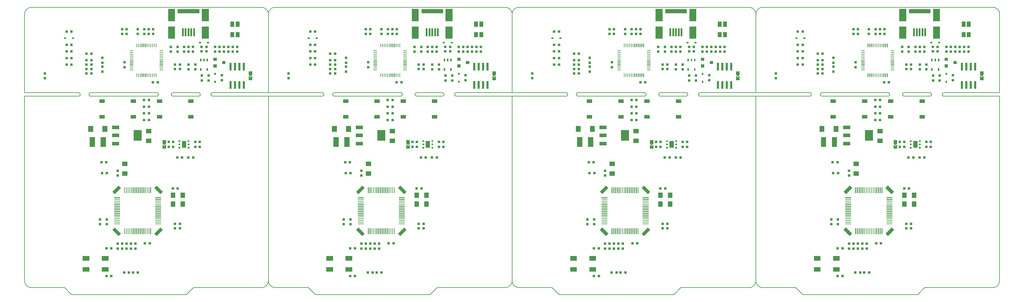
<source format=gtp>
*
%FSLAX26Y26*%
%MOIN*%
%ADD10R,0.043310X0.043310*%
%ADD11R,0.017720X0.017720*%
%ADD12R,0.047240X0.047240*%
%ADD13R,0.059060X0.059060*%
%ADD14R,0.078740X0.078740*%
%ADD15R,0.020000X0.020000*%
%ADD16R,0.030000X0.030000*%
%ADD17R,0.016000X0.016000*%
%ADD18R,0.051180X0.051180*%
%ADD19R,0.040000X0.040000*%
%ADD20R,0.050000X0.050000*%
%ADD21R,0.023620X0.023620*%
%ADD22R,0.090000X0.090000*%
%ADD23R,0.032000X0.032000*%
%ADD24R,0.035430X0.035430*%
%ADD25R,0.055120X0.055120*%
%ADD26R,0.007870X0.007870*%
%ADD27R,0.008660X0.008660*%
%ADD28C,0.005000*%
%IPPOS*%
%LN02i31889.gtp*%
%LPD*%
G75*
G36*
X1597004Y1907850D02*
X1577004Y1887850D01*
X1557004Y1907850D01*
Y1917850D01*
X1597004D01*
Y1907850D01*
G37*
G36*
Y1867850D02*
X1557004D01*
Y1897850D01*
X1577004Y1877850D01*
X1597004Y1897850D01*
Y1867850D01*
G37*
G36*
X2572004Y2682850D02*
X2552004Y2662850D01*
X2532004Y2682850D01*
Y2692850D01*
X2572004D01*
Y2682850D01*
G37*
G36*
Y2642850D02*
X2532004D01*
Y2672850D01*
X2552004Y2652850D01*
X2572004Y2672850D01*
Y2642850D01*
G37*
G54D10*
X2406004Y3245975D02*
Y3261725D01*
Y3126975D02*
Y3142725D01*
X2347004Y3126975D02*
Y3142725D01*
Y3245975D02*
Y3261725D01*
G54D11*
X1749019Y1931850D02*
X1750989D01*
X1749019Y1894850D02*
X1750989D01*
X1852019Y1931850D02*
X1853989D01*
X1852019Y1856850D02*
X1853989D01*
X1852019Y1894850D02*
X1853989D01*
X1749019Y1856850D02*
X1750989D01*
G54D12*
X1802004Y1879100D02*
Y1910600D01*
G54D13*
X765004Y1894260D02*
Y1945440D01*
X888004Y1894260D02*
Y1945440D01*
G54D14*
X2042004Y3326320D02*
Y3385380D01*
X1660004Y3326320D02*
Y3385380D01*
X2042004Y3129320D02*
Y3188380D01*
X1660004Y3129320D02*
Y3188380D01*
G54D12*
X1753574Y3400850D02*
X1950434D01*
G54D15*
X1788004Y3125575D02*
Y3196125D01*
X1820004Y3125575D02*
Y3196125D01*
X1851004Y3125575D02*
Y3196125D01*
X1883004Y3125575D02*
Y3196125D01*
X1914004Y3125575D02*
Y3196125D01*
G54D16*
X1699004Y944850D03*
X1754004D03*
X1724004Y1744850D03*
X1779004D03*
X1699004Y994850D03*
X1754004D03*
X874004Y1569850D03*
X929004D03*
X1754004Y2744850D03*
X1699004D03*
X754004Y2694850D03*
X699004D03*
X754004Y2744850D03*
X699004D03*
X1754004Y2794850D03*
X1699004D03*
X699004Y2844850D03*
X754004D03*
X529004Y2794850D03*
X474004D03*
X529004Y2869850D03*
X474004D03*
X529004Y2944850D03*
X474004D03*
X529004Y3019850D03*
X474004D03*
X754004Y2919850D03*
X699004D03*
X529004Y3169850D03*
X474004D03*
X1404004Y2319850D03*
X1349004D03*
X1404004Y2169850D03*
X1349004D03*
X1849004Y1744850D03*
X1904004D03*
X867004Y1693850D03*
X922004D03*
X1414004Y774850D03*
X1359004D03*
X1730004Y1394850D03*
X1675004D03*
X1404004Y2394850D03*
X1349004D03*
X1224004Y444850D03*
X1279004D03*
X1179004D03*
X1124004D03*
X979004Y404850D03*
X924004D03*
X1349004Y2244850D03*
X1404004D03*
X979004Y719850D03*
X924004D03*
X2054004Y2944850D03*
X1999004D03*
X2054004Y2994850D03*
X1999004D03*
X1504004Y2594850D03*
X1449004D03*
X754004Y2794850D03*
X699004D03*
G54D17*
X2064004Y2840850D02*
Y2854850D01*
X1989004Y2840850D02*
Y2854850D01*
X2027004Y2840850D02*
Y2854850D01*
X1989004Y2733850D02*
Y2747850D01*
X2064004Y2733850D02*
Y2747850D01*
G54D18*
X681194Y481850D02*
X704814D01*
X681194Y606850D02*
X704814D01*
X898194D02*
X921814D01*
X898194Y481850D02*
X921814D01*
G54D19*
X1514004Y2206850D02*
X1534004D01*
X1514004Y2381850D02*
X1534004D01*
X1869004D02*
X1889004D01*
X1869004Y2206850D02*
X1889004D01*
X1219004Y2381850D02*
X1239004D01*
X1219004Y2206850D02*
X1239004D01*
X864004D02*
X884004D01*
X864004Y2381850D02*
X884004D01*
G54D20*
X1127004Y1565850D02*
X1137004D01*
X1127004Y1675850D02*
X1137004D01*
X1397004Y2044850D02*
X1407004D01*
X1397004Y1934850D02*
X1407004D01*
G54D21*
X2477004Y2535355D02*
Y2598345D01*
X2327004Y2740355D02*
Y2803345D01*
X2427004Y2535355D02*
Y2598345D01*
X2377004Y2535355D02*
Y2598345D01*
X2427004Y2740355D02*
Y2803345D01*
X2377004Y2740355D02*
Y2803345D01*
X2327004Y2535355D02*
Y2598345D01*
X2477004Y2740355D02*
Y2803345D01*
G54D19*
X1007004Y1994850D02*
X1047004D01*
X1007004Y1901850D02*
X1047004D01*
X1007004Y2087850D02*
X1047004D01*
G54D22*
X1277004Y1979850D02*
Y2009850D01*
G54D23*
X1573004Y1860850D02*
X1581004D01*
X1573004Y1927850D02*
X1581004D01*
X2548004Y2635850D02*
X2556004D01*
X2548004Y2702850D02*
X2556004D01*
G54D11*
X1979054Y3044850D02*
X1984954D01*
X2069054D02*
X2074954D01*
X454054Y3094850D02*
X459954D01*
X544054D02*
X549954D01*
G54D16*
X2202004Y2996850D03*
Y2941850D03*
X1977004Y1866850D03*
Y1921850D03*
X2152004Y2941850D03*
Y2996850D03*
X2252004Y2941850D03*
Y2996850D03*
X1352004Y3141850D03*
Y3196850D03*
X1727004Y2941850D03*
Y2996850D03*
X1852004Y2941850D03*
Y2996850D03*
X1902004Y2941850D03*
Y2996850D03*
X1802004Y2941850D03*
Y2996850D03*
X2302004Y2941850D03*
Y2996850D03*
X2352004D03*
Y2941850D03*
X2402004Y2996850D03*
Y2941850D03*
X1102004Y3141850D03*
Y3196850D03*
X1052004Y716850D03*
Y771850D03*
X1202004Y716850D03*
Y771850D03*
X2227004Y2674850D03*
Y2619850D03*
X852004Y1046850D03*
Y991850D03*
X1252004Y716850D03*
Y771850D03*
X1152004D03*
Y716850D03*
X1102004Y771850D03*
Y716850D03*
X1152004Y3141850D03*
Y3196850D03*
X1402004D03*
Y3141850D03*
X1452004D03*
Y3196850D03*
X1677004Y1866850D03*
Y1921850D03*
X1927004Y1866850D03*
Y1921850D03*
X1627004Y1866850D03*
Y1921850D03*
X1052004Y1596850D03*
Y1541850D03*
X927004Y1046850D03*
Y991850D03*
X2002004Y2671850D03*
Y2616850D03*
X1927004Y2741850D03*
Y2796850D03*
X2077004Y2671850D03*
Y2616850D03*
X1127004Y2766850D03*
Y2821850D03*
X1277004Y3141850D03*
Y3196850D03*
X1652004Y2941850D03*
Y2996850D03*
X1852004Y2741850D03*
Y2796850D03*
X877004Y2816850D03*
Y2871850D03*
Y2771850D03*
Y2716850D03*
X227004Y2696850D03*
Y2641850D03*
G54D24*
X2151019Y2856850D02*
X2152989D01*
X2250019Y2819850D02*
X2251989D01*
X2151019Y2781850D02*
X2152989D01*
G54D25*
X747004Y2065125D02*
Y2074575D01*
X907004Y2065125D02*
Y2074575D01*
G54D11*
X2152004Y2596900D02*
Y2602800D01*
Y2686900D02*
Y2692800D01*
G54D20*
X1677004Y1314850D02*
Y1324850D01*
X1787004Y1314850D02*
Y1324850D01*
X1677004Y1214850D02*
Y1224850D01*
X1787004Y1214850D02*
Y1224850D01*
G54D26*
X1386004Y2996100D02*
Y3027600D01*
X1406004Y2996100D02*
Y3027600D01*
X1465004Y2996100D02*
Y3027600D01*
X1445004Y2996100D02*
Y3027600D01*
X1426004Y2996100D02*
Y3027600D01*
X1386004Y2661100D02*
Y2692600D01*
X1288004Y2996100D02*
Y3027600D01*
X1406004Y2661100D02*
Y2692600D01*
X1465004Y2661100D02*
Y2692600D01*
X1288004Y2661100D02*
Y2692600D01*
X1347004Y2996100D02*
Y3027600D01*
X1485004Y2996100D02*
Y3027600D01*
X1308004Y2661100D02*
Y2692600D01*
X1347004Y2661100D02*
Y2692600D01*
X1327004Y2661100D02*
Y2692600D01*
X1268004Y2661100D02*
Y2692600D01*
X1367004Y2661100D02*
Y2692600D01*
X1268004Y2996100D02*
Y3027600D01*
X1308004Y2996100D02*
Y3027600D01*
X1426004Y2661100D02*
Y2692600D01*
X1367004Y2996100D02*
Y3027600D01*
X1327004Y2996100D02*
Y3027600D01*
X1445004Y2661100D02*
Y2692600D01*
X1485004Y2661100D02*
Y2692600D01*
X1193254Y2775850D02*
X1224754D01*
X1193254Y2814850D02*
X1224754D01*
X1528254Y2932850D02*
X1559754D01*
X1193254Y2893850D02*
X1224754D01*
X1193254Y2755850D02*
X1224754D01*
X1528254Y2834850D02*
X1559754D01*
X1193254Y2912850D02*
X1224754D01*
X1193254Y2932850D02*
X1224754D01*
X1528254Y2814850D02*
X1559754D01*
X1193254Y2873850D02*
X1224754D01*
X1193254Y2853850D02*
X1224754D01*
X1528254Y2912850D02*
X1559754D01*
X1193254Y2834850D02*
X1224754D01*
X1528254Y2755850D02*
X1559754D01*
X1528254Y2775850D02*
X1559754D01*
X1528254Y2735850D02*
X1559754D01*
X1193254D02*
X1224754D01*
X1528254Y2873850D02*
X1559754D01*
X1528254Y2893850D02*
X1559754D01*
X1528254Y2794850D02*
X1559754D01*
X1528254Y2853850D02*
X1559754D01*
X1193254Y2952850D02*
X1224754D01*
X1193254Y2794850D02*
X1224754D01*
X1528254Y2952850D02*
X1559754D01*
G54D27*
X1014869Y1291850D02*
X1073139D01*
X1014869Y1075850D02*
X1073139D01*
X1479869Y1252850D02*
X1538139D01*
X1479869Y1232850D02*
X1538139D01*
X1014869Y1272850D02*
X1073139D01*
X1014869Y996850D02*
X1073139D01*
X1014869Y1016850D02*
X1073139D01*
X1014869Y1035850D02*
X1073139D01*
X1014869Y1055850D02*
X1073139D01*
X1014869Y1094850D02*
X1073139D01*
X1014869Y1114850D02*
X1073139D01*
X1014869Y1134850D02*
X1073139D01*
X1014869Y1153850D02*
X1073139D01*
X1014869Y1173850D02*
X1073139D01*
X1014869Y1193850D02*
X1073139D01*
X1014869Y1213850D02*
X1073139D01*
X1014869Y1232850D02*
X1073139D01*
X1014869Y1252850D02*
X1073139D01*
X1479869Y1291850D02*
X1538139D01*
X1479869Y1271850D02*
X1538139D01*
X1479869Y1212850D02*
X1538139D01*
X1479869Y1193850D02*
X1538139D01*
X1479869Y1173850D02*
X1538139D01*
X1479869Y1153850D02*
X1538139D01*
X1479869Y1134850D02*
X1538139D01*
X1479869Y1114850D02*
X1538139D01*
X1479869Y1094850D02*
X1538139D01*
X1479869Y1074850D02*
X1538139D01*
X1479869Y1055850D02*
X1538139D01*
X1479869Y1035850D02*
X1538139D01*
X1479869Y1015850D02*
X1538139D01*
X1479869Y996850D02*
X1538139D01*
X1129004Y882715D02*
Y940985D01*
X1149004Y882715D02*
Y940985D01*
X1267004Y882715D02*
Y940985D01*
X1326004Y882715D02*
Y940985D01*
X1286004Y882715D02*
Y940985D01*
X1129004Y1347715D02*
Y1405985D01*
X1149004Y1347715D02*
Y1405985D01*
X1168004Y1347715D02*
Y1405985D01*
X1188004Y1347715D02*
Y1405985D01*
X1208004Y1347715D02*
Y1405985D01*
X1227004Y1347715D02*
Y1405985D01*
X1247004Y1347715D02*
Y1405985D01*
X1267004Y1347715D02*
Y1405985D01*
X1286004Y1347715D02*
Y1405985D01*
X1306004Y1347715D02*
Y1405985D01*
X1326004Y1347715D02*
Y1405985D01*
X1346004Y1347715D02*
Y1405985D01*
X1365004Y1347715D02*
Y1405985D01*
X1385004Y1347715D02*
Y1405985D01*
X1405004Y1347715D02*
Y1405985D01*
X1424004Y1347715D02*
Y1405985D01*
Y882715D02*
Y940985D01*
X1405004Y882715D02*
Y940985D01*
X1385004Y882715D02*
Y940985D01*
X1365004Y882715D02*
Y940985D01*
X1346004Y882715D02*
Y940985D01*
X1306004Y882715D02*
Y940985D01*
X1247004Y882715D02*
Y940985D01*
X1227004Y882715D02*
Y940985D01*
X1208004Y882715D02*
Y940985D01*
X1188004Y882715D02*
Y940985D01*
X1168004Y882715D02*
Y940985D01*
G36*
X1533904Y1332250D02*
X1464404Y1401750D01*
X1492104Y1429450D01*
X1561604Y1359950D01*
X1533904Y1332250D01*
G37*
G36*
X1060904Y859250D02*
X991404Y928750D01*
X1019104Y956450D01*
X1088604Y886950D01*
X1060904Y859250D01*
G37*
G36*
X1464404Y886950D02*
X1533904Y956450D01*
X1561604Y928750D01*
X1492104Y859250D01*
X1464404Y886950D01*
G37*
G36*
X991404Y1359950D02*
X1060904Y1429450D01*
X1088604Y1401750D01*
X1019104Y1332250D01*
X991404Y1359950D01*
G37*
G54D28*
X747004Y2479850D03*
X745004Y2478850D01*
X744004D01*
X742004D01*
X741004D01*
X740004Y2477850D01*
X739004D01*
X737004Y2476850D01*
X736004D01*
X735004Y2475850D01*
X734004Y2474850D01*
X733004Y2473850D01*
X732004Y2472850D01*
X731004Y2471850D01*
X730004Y2470850D01*
Y2469850D01*
X729004Y2467850D01*
X728004Y2466850D01*
Y2465850D01*
X727004Y2464850D01*
Y2462850D01*
Y2461850D01*
Y2460850D01*
Y2458850D01*
Y2457850D01*
Y2455850D01*
Y2454850D01*
X728004Y2453850D01*
Y2451850D01*
X729004Y2450850D01*
X730004Y2449850D01*
Y2448850D01*
X731004Y2447850D01*
X732004Y2446850D01*
X733004Y2445850D01*
X734004Y2444850D01*
X735004Y2443850D01*
X736004Y2442850D01*
X737004Y2441850D01*
X739004D01*
X740004Y2440850D01*
X741004D01*
X742004D01*
X744004Y2439850D01*
X745004D01*
X747004D01*
X1677004Y2479850D03*
X1675004Y2478850D01*
X1674004D01*
X1672004D01*
X1671004D01*
X1670004Y2477850D01*
X1668004D01*
X1667004Y2476850D01*
X1666004D01*
X1665004Y2475850D01*
X1664004Y2474850D01*
X1663004Y2473850D01*
X1662004Y2472850D01*
X1661004Y2471850D01*
X1660004Y2470850D01*
X1659004Y2469850D01*
Y2467850D01*
X1658004Y2466850D01*
Y2465850D01*
X1657004Y2464850D01*
Y2462850D01*
Y2461850D01*
Y2460850D01*
Y2458850D01*
Y2457850D01*
Y2455850D01*
Y2454850D01*
X1658004Y2453850D01*
Y2451850D01*
X1659004Y2450850D01*
Y2449850D01*
X1660004Y2448850D01*
X1661004Y2447850D01*
X1662004Y2446850D01*
X1663004Y2445850D01*
X1664004Y2444850D01*
X1665004Y2443850D01*
X1666004Y2442850D01*
X1667004Y2441850D01*
X1668004D01*
X1670004Y2440850D01*
X1671004D01*
X1672004D01*
X1674004Y2439850D01*
X1675004D01*
X1677004D01*
X1965004D03*
X1966004D01*
X1968004D01*
X1969004Y2440850D01*
X1971004D01*
X1972004D01*
X1973004Y2441850D01*
X1974004D01*
X1976004Y2442850D01*
X1977004Y2443850D01*
X1978004Y2444850D01*
X1979004Y2445850D01*
X1980004Y2446850D01*
X1981004Y2447850D01*
Y2448850D01*
X1982004Y2449850D01*
X1983004Y2450850D01*
Y2451850D01*
X1984004Y2453850D01*
Y2454850D01*
Y2455850D01*
X1985004Y2457850D01*
Y2458850D01*
Y2460850D01*
Y2461850D01*
X1984004Y2462850D01*
Y2464850D01*
Y2465850D01*
X1983004Y2466850D01*
Y2467850D01*
X1982004Y2469850D01*
X1981004Y2470850D01*
Y2471850D01*
X1980004Y2472850D01*
X1979004Y2473850D01*
X1978004Y2474850D01*
X1977004Y2475850D01*
X1976004Y2476850D01*
X1974004D01*
X1973004Y2477850D01*
X1972004D01*
X1971004Y2478850D01*
X1969004D01*
X1968004D01*
X1966004Y2479850D01*
X1965004D01*
X2125004D03*
X2123004Y2478850D01*
X2122004D01*
X2120004D01*
X2119004D01*
X2118004Y2477850D01*
X2117004D01*
X2115004Y2476850D01*
X2114004D01*
X2113004Y2475850D01*
X2112004Y2474850D01*
X2111004Y2473850D01*
X2110004Y2472850D01*
X2109004Y2471850D01*
X2108004Y2470850D01*
X2107004Y2469850D01*
Y2467850D01*
X2106004Y2466850D01*
Y2465850D01*
X2105004Y2464850D01*
Y2462850D01*
Y2461850D01*
Y2460850D01*
Y2458850D01*
Y2457850D01*
Y2455850D01*
Y2454850D01*
X2106004Y2453850D01*
Y2451850D01*
X2107004Y2450850D01*
Y2449850D01*
X2108004Y2448850D01*
X2109004Y2447850D01*
X2110004Y2446850D01*
X2111004Y2445850D01*
X2112004Y2444850D01*
X2113004Y2443850D01*
X2114004Y2442850D01*
X2115004Y2441850D01*
X2117004D01*
X2118004Y2440850D01*
X2119004D01*
X2120004D01*
X2122004Y2439850D01*
X2123004D01*
X2125004D01*
X609004D03*
X610004D01*
X612004D01*
X613004Y2440850D01*
X614004D01*
X616004D01*
X617004Y2441850D01*
X618004D01*
X619004Y2442850D01*
X620004Y2443850D01*
X621004Y2444850D01*
X622004Y2445850D01*
X623004Y2446850D01*
X624004Y2447850D01*
X625004Y2448850D01*
X626004Y2449850D01*
Y2450850D01*
X627004Y2451850D01*
X628004Y2453850D01*
Y2454850D01*
Y2455850D01*
Y2457850D01*
Y2458850D01*
Y2460850D01*
Y2461850D01*
Y2462850D01*
Y2464850D01*
Y2465850D01*
X627004Y2466850D01*
X626004Y2467850D01*
Y2469850D01*
X625004Y2470850D01*
X624004Y2471850D01*
X623004Y2472850D01*
X622004Y2473850D01*
X621004Y2474850D01*
X620004Y2475850D01*
X619004Y2476850D01*
X618004D01*
X617004Y2477850D01*
X616004D01*
X614004Y2478850D01*
X613004D01*
X612004D01*
X610004Y2479850D01*
X609004D01*
X1495004Y2439850D03*
X1496004D01*
X1497004D01*
X1499004Y2440850D01*
X1500004D01*
X1501004D01*
X1503004Y2441850D01*
X1504004D01*
X1505004Y2442850D01*
X1506004Y2443850D01*
X1507004Y2444850D01*
X1508004Y2445850D01*
X1509004Y2446850D01*
X1510004Y2447850D01*
X1511004Y2448850D01*
X1512004Y2449850D01*
Y2450850D01*
X1513004Y2451850D01*
Y2453850D01*
X1514004Y2454850D01*
Y2455850D01*
Y2457850D01*
Y2458850D01*
Y2460850D01*
Y2461850D01*
Y2462850D01*
Y2464850D01*
X1513004Y2465850D01*
Y2466850D01*
X1512004Y2467850D01*
Y2469850D01*
X1511004Y2470850D01*
X1510004Y2471850D01*
X1509004Y2472850D01*
X1508004Y2473850D01*
X1507004Y2474850D01*
X1506004Y2475850D01*
X1505004Y2476850D01*
X1504004D01*
X1503004Y2477850D01*
X1501004D01*
X1500004Y2478850D01*
X1499004D01*
X1497004D01*
X1496004Y2479850D01*
X1495004D01*
X78004Y3443850D03*
X73004D01*
X67004Y3442850D01*
X62004Y3441850D01*
X57004Y3440850D01*
X51004Y3438850D01*
X46004Y3436850D01*
X41004Y3434850D01*
X37004Y3431850D01*
X32004Y3428850D01*
X28004Y3425850D01*
X24004Y3421850D01*
X20004Y3417850D01*
X16004Y3413850D01*
X13004Y3408850D01*
X10004Y3404850D01*
X8004Y3399850D01*
X5004Y3394850D01*
X3004Y3389850D01*
X2004Y3383850D01*
X1004Y3378850D01*
X4Y3373850D01*
Y3367850D01*
Y3364850D01*
Y354850D03*
Y348850D01*
Y343850D01*
X1004Y337850D01*
X3004Y332850D01*
X4004Y327850D01*
X6004Y322850D01*
X9004Y317850D01*
X12004Y312850D01*
X15004Y307850D01*
X18004Y303850D01*
X22004Y299850D01*
X26004Y295850D01*
X30004Y292850D01*
X34004Y288850D01*
X39004Y285850D01*
X44004Y283850D01*
X49004Y281850D01*
X54004Y279850D01*
X59004Y277850D01*
X65004Y276850D01*
X70004Y275850D01*
X76004D01*
X78004D01*
X2754004Y3364850D03*
Y3370850D01*
Y3375850D01*
X2753004Y3381850D01*
X2751004Y3386850D01*
X2750004Y3391850D01*
X2748004Y3396850D01*
X2745004Y3401850D01*
X2742004Y3406850D01*
X2739004Y3411850D01*
X2736004Y3415850D01*
X2732004Y3419850D01*
X2728004Y3423850D01*
X2724004Y3426850D01*
X2720004Y3430850D01*
X2715004Y3433850D01*
X2710004Y3435850D01*
X2705004Y3437850D01*
X2700004Y3439850D01*
X2695004Y3441850D01*
X2689004Y3442850D01*
X2684004Y3443850D01*
X2678004D01*
X2676004D01*
Y275850D03*
X2681004D01*
X2687004Y276850D01*
X2692004Y277850D01*
X2697004Y278850D01*
X2703004Y280850D01*
X2708004Y282850D01*
X2713004Y284850D01*
X2717004Y287850D01*
X2722004Y290850D01*
X2726004Y293850D01*
X2730004Y297850D01*
X2734004Y301850D01*
X2738004Y305850D01*
X2741004Y310850D01*
X2744004Y314850D01*
X2746004Y319850D01*
X2749004Y324850D01*
X2751004Y329850D01*
X2752004Y335850D01*
X2753004Y340850D01*
X2754004Y345850D01*
Y351850D01*
Y354850D01*
X1829004Y196850D02*
X1908004Y275850D01*
X1829004Y196850D03*
X530004D02*
X1829004D01*
X451004Y275850D02*
X530004Y196850D01*
X446004Y275850D02*
X451004D01*
X1907004D02*
X2676004D01*
X1677004Y2439850D02*
X1965004D01*
X1677004Y2479850D02*
X1965004D01*
X78004Y3443850D02*
X2676004D01*
X78004Y275850D02*
X446004D01*
X4Y2479850D02*
X609004D01*
X4Y2439850D02*
X609004D01*
X747004D02*
X1495004D01*
X747004Y2479850D02*
X1495004D01*
X2125004Y2439850D02*
X2754004D01*
X2125004Y2479850D02*
X2754004D01*
X4Y354850D02*
Y2439850D01*
Y2479850D02*
Y3364850D01*
X2754004Y354850D02*
Y2439850D01*
Y2479850D02*
Y3364850D01*
G36*
X4351032Y1907850D02*
X4331032Y1887850D01*
X4311032Y1907850D01*
Y1917850D01*
X4351032D01*
Y1907850D01*
G37*
G36*
Y1867850D02*
X4311032D01*
Y1897850D01*
X4331032Y1877850D01*
X4351032Y1897850D01*
Y1867850D01*
G37*
G36*
X5326032Y2682850D02*
X5306032Y2662850D01*
X5286032Y2682850D01*
Y2692850D01*
X5326032D01*
Y2682850D01*
G37*
G36*
Y2642850D02*
X5286032D01*
Y2672850D01*
X5306032Y2652850D01*
X5326032Y2672850D01*
Y2642850D01*
G37*
G54D10*
X5160032Y3245975D02*
Y3261725D01*
Y3126975D02*
Y3142725D01*
X5101032Y3126975D02*
Y3142725D01*
Y3245975D02*
Y3261725D01*
G54D11*
X4503047Y1931850D02*
X4505017D01*
X4503047Y1894850D02*
X4505017D01*
X4606047Y1931850D02*
X4608017D01*
X4606047Y1856850D02*
X4608017D01*
X4606047Y1894850D02*
X4608017D01*
X4503047Y1856850D02*
X4505017D01*
G54D12*
X4556032Y1879100D02*
Y1910600D01*
G54D13*
X3519032Y1894260D02*
Y1945440D01*
X3642032Y1894260D02*
Y1945440D01*
G54D14*
X4796032Y3326320D02*
Y3385380D01*
X4414032Y3326320D02*
Y3385380D01*
X4796032Y3129320D02*
Y3188380D01*
X4414032Y3129320D02*
Y3188380D01*
G54D12*
X4507602Y3400850D02*
X4704462D01*
G54D15*
X4542032Y3125575D02*
Y3196125D01*
X4574032Y3125575D02*
Y3196125D01*
X4605032Y3125575D02*
Y3196125D01*
X4637032Y3125575D02*
Y3196125D01*
X4668032Y3125575D02*
Y3196125D01*
G54D16*
X4453032Y944850D03*
X4508032D03*
X4478032Y1744850D03*
X4533032D03*
X4453032Y994850D03*
X4508032D03*
X3628032Y1569850D03*
X3683032D03*
X4508032Y2744850D03*
X4453032D03*
X3508032Y2694850D03*
X3453032D03*
X3508032Y2744850D03*
X3453032D03*
X4508032Y2794850D03*
X4453032D03*
X3453032Y2844850D03*
X3508032D03*
X3283032Y2794850D03*
X3228032D03*
X3283032Y2869850D03*
X3228032D03*
X3283032Y2944850D03*
X3228032D03*
X3283032Y3019850D03*
X3228032D03*
X3508032Y2919850D03*
X3453032D03*
X3283032Y3169850D03*
X3228032D03*
X4158032Y2319850D03*
X4103032D03*
X4158032Y2169850D03*
X4103032D03*
X4603032Y1744850D03*
X4658032D03*
X3621032Y1693850D03*
X3676032D03*
X4168032Y774850D03*
X4113032D03*
X4484032Y1394850D03*
X4429032D03*
X4158032Y2394850D03*
X4103032D03*
X3978032Y444850D03*
X4033032D03*
X3933032D03*
X3878032D03*
X3733032Y404850D03*
X3678032D03*
X4103032Y2244850D03*
X4158032D03*
X3733032Y719850D03*
X3678032D03*
X4808032Y2944850D03*
X4753032D03*
X4808032Y2994850D03*
X4753032D03*
X4258032Y2594850D03*
X4203032D03*
X3508032Y2794850D03*
X3453032D03*
G54D17*
X4818032Y2840850D02*
Y2854850D01*
X4743032Y2840850D02*
Y2854850D01*
X4781032Y2840850D02*
Y2854850D01*
X4743032Y2733850D02*
Y2747850D01*
X4818032Y2733850D02*
Y2747850D01*
G54D18*
X3435222Y481850D02*
X3458842D01*
X3435222Y606850D02*
X3458842D01*
X3652222D02*
X3675842D01*
X3652222Y481850D02*
X3675842D01*
G54D19*
X4268032Y2206850D02*
X4288032D01*
X4268032Y2381850D02*
X4288032D01*
X4623032D02*
X4643032D01*
X4623032Y2206850D02*
X4643032D01*
X3973032Y2381850D02*
X3993032D01*
X3973032Y2206850D02*
X3993032D01*
X3618032D02*
X3638032D01*
X3618032Y2381850D02*
X3638032D01*
G54D20*
X3881032Y1565850D02*
X3891032D01*
X3881032Y1675850D02*
X3891032D01*
X4151032Y2044850D02*
X4161032D01*
X4151032Y1934850D02*
X4161032D01*
G54D21*
X5231032Y2535355D02*
Y2598345D01*
X5081032Y2740355D02*
Y2803345D01*
X5181032Y2535355D02*
Y2598345D01*
X5131032Y2535355D02*
Y2598345D01*
X5181032Y2740355D02*
Y2803345D01*
X5131032Y2740355D02*
Y2803345D01*
X5081032Y2535355D02*
Y2598345D01*
X5231032Y2740355D02*
Y2803345D01*
G54D19*
X3761032Y1994850D02*
X3801032D01*
X3761032Y1901850D02*
X3801032D01*
X3761032Y2087850D02*
X3801032D01*
G54D22*
X4031032Y1979850D02*
Y2009850D01*
G54D23*
X4327032Y1860850D02*
X4335032D01*
X4327032Y1927850D02*
X4335032D01*
X5302032Y2635850D02*
X5310032D01*
X5302032Y2702850D02*
X5310032D01*
G54D11*
X4733082Y3044850D02*
X4738982D01*
X4823082D02*
X4828982D01*
X3208082Y3094850D02*
X3213982D01*
X3298082D02*
X3303982D01*
G54D16*
X4956032Y2996850D03*
Y2941850D03*
X4731032Y1866850D03*
Y1921850D03*
X4906032Y2941850D03*
Y2996850D03*
X5006032Y2941850D03*
Y2996850D03*
X4106032Y3141850D03*
Y3196850D03*
X4481032Y2941850D03*
Y2996850D03*
X4606032Y2941850D03*
Y2996850D03*
X4656032Y2941850D03*
Y2996850D03*
X4556032Y2941850D03*
Y2996850D03*
X5056032Y2941850D03*
Y2996850D03*
X5106032D03*
Y2941850D03*
X5156032Y2996850D03*
Y2941850D03*
X3856032Y3141850D03*
Y3196850D03*
X3806032Y716850D03*
Y771850D03*
X3956032Y716850D03*
Y771850D03*
X4981032Y2674850D03*
Y2619850D03*
X3606032Y1046850D03*
Y991850D03*
X4006032Y716850D03*
Y771850D03*
X3906032D03*
Y716850D03*
X3856032Y771850D03*
Y716850D03*
X3906032Y3141850D03*
Y3196850D03*
X4156032D03*
Y3141850D03*
X4206032D03*
Y3196850D03*
X4431032Y1866850D03*
Y1921850D03*
X4681032Y1866850D03*
Y1921850D03*
X4381032Y1866850D03*
Y1921850D03*
X3806032Y1596850D03*
Y1541850D03*
X3681032Y1046850D03*
Y991850D03*
X4756032Y2671850D03*
Y2616850D03*
X4681032Y2741850D03*
Y2796850D03*
X4831032Y2671850D03*
Y2616850D03*
X3881032Y2766850D03*
Y2821850D03*
X4031032Y3141850D03*
Y3196850D03*
X4406032Y2941850D03*
Y2996850D03*
X4606032Y2741850D03*
Y2796850D03*
X3631032Y2816850D03*
Y2871850D03*
Y2771850D03*
Y2716850D03*
X2981032Y2696850D03*
Y2641850D03*
G54D24*
X4905047Y2856850D02*
X4907017D01*
X5004047Y2819850D02*
X5006017D01*
X4905047Y2781850D02*
X4907017D01*
G54D25*
X3501032Y2065125D02*
Y2074575D01*
X3661032Y2065125D02*
Y2074575D01*
G54D11*
X4906032Y2596900D02*
Y2602800D01*
Y2686900D02*
Y2692800D01*
G54D20*
X4431032Y1314850D02*
Y1324850D01*
X4541032Y1314850D02*
Y1324850D01*
X4431032Y1214850D02*
Y1224850D01*
X4541032Y1214850D02*
Y1224850D01*
G54D26*
X4140032Y2996100D02*
Y3027600D01*
X4160032Y2996100D02*
Y3027600D01*
X4219032Y2996100D02*
Y3027600D01*
X4199032Y2996100D02*
Y3027600D01*
X4180032Y2996100D02*
Y3027600D01*
X4140032Y2661100D02*
Y2692600D01*
X4042032Y2996100D02*
Y3027600D01*
X4160032Y2661100D02*
Y2692600D01*
X4219032Y2661100D02*
Y2692600D01*
X4042032Y2661100D02*
Y2692600D01*
X4101032Y2996100D02*
Y3027600D01*
X4239032Y2996100D02*
Y3027600D01*
X4062032Y2661100D02*
Y2692600D01*
X4101032Y2661100D02*
Y2692600D01*
X4081032Y2661100D02*
Y2692600D01*
X4022032Y2661100D02*
Y2692600D01*
X4121032Y2661100D02*
Y2692600D01*
X4022032Y2996100D02*
Y3027600D01*
X4062032Y2996100D02*
Y3027600D01*
X4180032Y2661100D02*
Y2692600D01*
X4121032Y2996100D02*
Y3027600D01*
X4081032Y2996100D02*
Y3027600D01*
X4199032Y2661100D02*
Y2692600D01*
X4239032Y2661100D02*
Y2692600D01*
X3947282Y2775850D02*
X3978782D01*
X3947282Y2814850D02*
X3978782D01*
X4282282Y2932850D02*
X4313782D01*
X3947282Y2893850D02*
X3978782D01*
X3947282Y2755850D02*
X3978782D01*
X4282282Y2834850D02*
X4313782D01*
X3947282Y2912850D02*
X3978782D01*
X3947282Y2932850D02*
X3978782D01*
X4282282Y2814850D02*
X4313782D01*
X3947282Y2873850D02*
X3978782D01*
X3947282Y2853850D02*
X3978782D01*
X4282282Y2912850D02*
X4313782D01*
X3947282Y2834850D02*
X3978782D01*
X4282282Y2755850D02*
X4313782D01*
X4282282Y2775850D02*
X4313782D01*
X4282282Y2735850D02*
X4313782D01*
X3947282D02*
X3978782D01*
X4282282Y2873850D02*
X4313782D01*
X4282282Y2893850D02*
X4313782D01*
X4282282Y2794850D02*
X4313782D01*
X4282282Y2853850D02*
X4313782D01*
X3947282Y2952850D02*
X3978782D01*
X3947282Y2794850D02*
X3978782D01*
X4282282Y2952850D02*
X4313782D01*
G54D27*
X3768897Y1291850D02*
X3827167D01*
X3768897Y1075850D02*
X3827167D01*
X4233897Y1252850D02*
X4292167D01*
X4233897Y1232850D02*
X4292167D01*
X3768897Y1272850D02*
X3827167D01*
X3768897Y996850D02*
X3827167D01*
X3768897Y1016850D02*
X3827167D01*
X3768897Y1035850D02*
X3827167D01*
X3768897Y1055850D02*
X3827167D01*
X3768897Y1094850D02*
X3827167D01*
X3768897Y1114850D02*
X3827167D01*
X3768897Y1134850D02*
X3827167D01*
X3768897Y1153850D02*
X3827167D01*
X3768897Y1173850D02*
X3827167D01*
X3768897Y1193850D02*
X3827167D01*
X3768897Y1213850D02*
X3827167D01*
X3768897Y1232850D02*
X3827167D01*
X3768897Y1252850D02*
X3827167D01*
X4233897Y1291850D02*
X4292167D01*
X4233897Y1271850D02*
X4292167D01*
X4233897Y1212850D02*
X4292167D01*
X4233897Y1193850D02*
X4292167D01*
X4233897Y1173850D02*
X4292167D01*
X4233897Y1153850D02*
X4292167D01*
X4233897Y1134850D02*
X4292167D01*
X4233897Y1114850D02*
X4292167D01*
X4233897Y1094850D02*
X4292167D01*
X4233897Y1074850D02*
X4292167D01*
X4233897Y1055850D02*
X4292167D01*
X4233897Y1035850D02*
X4292167D01*
X4233897Y1015850D02*
X4292167D01*
X4233897Y996850D02*
X4292167D01*
X3883032Y882715D02*
Y940985D01*
X3903032Y882715D02*
Y940985D01*
X4021032Y882715D02*
Y940985D01*
X4080032Y882715D02*
Y940985D01*
X4040032Y882715D02*
Y940985D01*
X3883032Y1347715D02*
Y1405985D01*
X3903032Y1347715D02*
Y1405985D01*
X3922032Y1347715D02*
Y1405985D01*
X3942032Y1347715D02*
Y1405985D01*
X3962032Y1347715D02*
Y1405985D01*
X3981032Y1347715D02*
Y1405985D01*
X4001032Y1347715D02*
Y1405985D01*
X4021032Y1347715D02*
Y1405985D01*
X4040032Y1347715D02*
Y1405985D01*
X4060032Y1347715D02*
Y1405985D01*
X4080032Y1347715D02*
Y1405985D01*
X4100032Y1347715D02*
Y1405985D01*
X4119032Y1347715D02*
Y1405985D01*
X4139032Y1347715D02*
Y1405985D01*
X4159032Y1347715D02*
Y1405985D01*
X4178032Y1347715D02*
Y1405985D01*
Y882715D02*
Y940985D01*
X4159032Y882715D02*
Y940985D01*
X4139032Y882715D02*
Y940985D01*
X4119032Y882715D02*
Y940985D01*
X4100032Y882715D02*
Y940985D01*
X4060032Y882715D02*
Y940985D01*
X4001032Y882715D02*
Y940985D01*
X3981032Y882715D02*
Y940985D01*
X3962032Y882715D02*
Y940985D01*
X3942032Y882715D02*
Y940985D01*
X3922032Y882715D02*
Y940985D01*
G36*
X4287932Y1332250D02*
X4218432Y1401750D01*
X4246132Y1429450D01*
X4315632Y1359950D01*
X4287932Y1332250D01*
G37*
G36*
X3814932Y859250D02*
X3745432Y928750D01*
X3773132Y956450D01*
X3842632Y886950D01*
X3814932Y859250D01*
G37*
G36*
X4218432Y886950D02*
X4287932Y956450D01*
X4315632Y928750D01*
X4246132Y859250D01*
X4218432Y886950D01*
G37*
G36*
X3745432Y1359950D02*
X3814932Y1429450D01*
X3842632Y1401750D01*
X3773132Y1332250D01*
X3745432Y1359950D01*
G37*
G54D28*
X3501032Y2479850D03*
X3499032Y2478850D01*
X3498032D01*
X3496032D01*
X3495032D01*
X3494032Y2477850D01*
X3493032D01*
X3491032Y2476850D01*
X3490032D01*
X3489032Y2475850D01*
X3488032Y2474850D01*
X3487032Y2473850D01*
X3486032Y2472850D01*
X3485032Y2471850D01*
X3484032Y2470850D01*
Y2469850D01*
X3483032Y2467850D01*
X3482032Y2466850D01*
Y2465850D01*
X3481032Y2464850D01*
Y2462850D01*
Y2461850D01*
Y2460850D01*
Y2458850D01*
Y2457850D01*
Y2455850D01*
Y2454850D01*
X3482032Y2453850D01*
Y2451850D01*
X3483032Y2450850D01*
X3484032Y2449850D01*
Y2448850D01*
X3485032Y2447850D01*
X3486032Y2446850D01*
X3487032Y2445850D01*
X3488032Y2444850D01*
X3489032Y2443850D01*
X3490032Y2442850D01*
X3491032Y2441850D01*
X3493032D01*
X3494032Y2440850D01*
X3495032D01*
X3496032D01*
X3498032Y2439850D01*
X3499032D01*
X3501032D01*
X4431032Y2479850D03*
X4429032Y2478850D01*
X4428032D01*
X4426032D01*
X4425032D01*
X4424032Y2477850D01*
X4422032D01*
X4421032Y2476850D01*
X4420032D01*
X4419032Y2475850D01*
X4418032Y2474850D01*
X4417032Y2473850D01*
X4416032Y2472850D01*
X4415032Y2471850D01*
X4414032Y2470850D01*
X4413032Y2469850D01*
Y2467850D01*
X4412032Y2466850D01*
Y2465850D01*
X4411032Y2464850D01*
Y2462850D01*
Y2461850D01*
Y2460850D01*
Y2458850D01*
Y2457850D01*
Y2455850D01*
Y2454850D01*
X4412032Y2453850D01*
Y2451850D01*
X4413032Y2450850D01*
Y2449850D01*
X4414032Y2448850D01*
X4415032Y2447850D01*
X4416032Y2446850D01*
X4417032Y2445850D01*
X4418032Y2444850D01*
X4419032Y2443850D01*
X4420032Y2442850D01*
X4421032Y2441850D01*
X4422032D01*
X4424032Y2440850D01*
X4425032D01*
X4426032D01*
X4428032Y2439850D01*
X4429032D01*
X4431032D01*
X4719032D03*
X4720032D01*
X4722032D01*
X4723032Y2440850D01*
X4725032D01*
X4726032D01*
X4727032Y2441850D01*
X4728032D01*
X4730032Y2442850D01*
X4731032Y2443850D01*
X4732032Y2444850D01*
X4733032Y2445850D01*
X4734032Y2446850D01*
X4735032Y2447850D01*
Y2448850D01*
X4736032Y2449850D01*
X4737032Y2450850D01*
Y2451850D01*
X4738032Y2453850D01*
Y2454850D01*
Y2455850D01*
X4739032Y2457850D01*
Y2458850D01*
Y2460850D01*
Y2461850D01*
X4738032Y2462850D01*
Y2464850D01*
Y2465850D01*
X4737032Y2466850D01*
Y2467850D01*
X4736032Y2469850D01*
X4735032Y2470850D01*
Y2471850D01*
X4734032Y2472850D01*
X4733032Y2473850D01*
X4732032Y2474850D01*
X4731032Y2475850D01*
X4730032Y2476850D01*
X4728032D01*
X4727032Y2477850D01*
X4726032D01*
X4725032Y2478850D01*
X4723032D01*
X4722032D01*
X4720032Y2479850D01*
X4719032D01*
X4879032D03*
X4877032Y2478850D01*
X4876032D01*
X4874032D01*
X4873032D01*
X4872032Y2477850D01*
X4871032D01*
X4869032Y2476850D01*
X4868032D01*
X4867032Y2475850D01*
X4866032Y2474850D01*
X4865032Y2473850D01*
X4864032Y2472850D01*
X4863032Y2471850D01*
X4862032Y2470850D01*
X4861032Y2469850D01*
Y2467850D01*
X4860032Y2466850D01*
Y2465850D01*
X4859032Y2464850D01*
Y2462850D01*
Y2461850D01*
Y2460850D01*
Y2458850D01*
Y2457850D01*
Y2455850D01*
Y2454850D01*
X4860032Y2453850D01*
Y2451850D01*
X4861032Y2450850D01*
Y2449850D01*
X4862032Y2448850D01*
X4863032Y2447850D01*
X4864032Y2446850D01*
X4865032Y2445850D01*
X4866032Y2444850D01*
X4867032Y2443850D01*
X4868032Y2442850D01*
X4869032Y2441850D01*
X4871032D01*
X4872032Y2440850D01*
X4873032D01*
X4874032D01*
X4876032Y2439850D01*
X4877032D01*
X4879032D01*
X3363032D03*
X3364032D01*
X3366032D01*
X3367032Y2440850D01*
X3368032D01*
X3370032D01*
X3371032Y2441850D01*
X3372032D01*
X3373032Y2442850D01*
X3374032Y2443850D01*
X3375032Y2444850D01*
X3376032Y2445850D01*
X3377032Y2446850D01*
X3378032Y2447850D01*
X3379032Y2448850D01*
X3380032Y2449850D01*
Y2450850D01*
X3381032Y2451850D01*
X3382032Y2453850D01*
Y2454850D01*
Y2455850D01*
Y2457850D01*
Y2458850D01*
Y2460850D01*
Y2461850D01*
Y2462850D01*
Y2464850D01*
Y2465850D01*
X3381032Y2466850D01*
X3380032Y2467850D01*
Y2469850D01*
X3379032Y2470850D01*
X3378032Y2471850D01*
X3377032Y2472850D01*
X3376032Y2473850D01*
X3375032Y2474850D01*
X3374032Y2475850D01*
X3373032Y2476850D01*
X3372032D01*
X3371032Y2477850D01*
X3370032D01*
X3368032Y2478850D01*
X3367032D01*
X3366032D01*
X3364032Y2479850D01*
X3363032D01*
X4249032Y2439850D03*
X4250032D01*
X4251032D01*
X4253032Y2440850D01*
X4254032D01*
X4255032D01*
X4257032Y2441850D01*
X4258032D01*
X4259032Y2442850D01*
X4260032Y2443850D01*
X4261032Y2444850D01*
X4262032Y2445850D01*
X4263032Y2446850D01*
X4264032Y2447850D01*
X4265032Y2448850D01*
X4266032Y2449850D01*
Y2450850D01*
X4267032Y2451850D01*
Y2453850D01*
X4268032Y2454850D01*
Y2455850D01*
Y2457850D01*
Y2458850D01*
Y2460850D01*
Y2461850D01*
Y2462850D01*
Y2464850D01*
X4267032Y2465850D01*
Y2466850D01*
X4266032Y2467850D01*
Y2469850D01*
X4265032Y2470850D01*
X4264032Y2471850D01*
X4263032Y2472850D01*
X4262032Y2473850D01*
X4261032Y2474850D01*
X4260032Y2475850D01*
X4259032Y2476850D01*
X4258032D01*
X4257032Y2477850D01*
X4255032D01*
X4254032Y2478850D01*
X4253032D01*
X4251032D01*
X4250032Y2479850D01*
X4249032D01*
X2832032Y3443850D03*
X2827032D01*
X2821032Y3442850D01*
X2816032Y3441850D01*
X2811032Y3440850D01*
X2805032Y3438850D01*
X2800032Y3436850D01*
X2795032Y3434850D01*
X2791032Y3431850D01*
X2786032Y3428850D01*
X2782032Y3425850D01*
X2778032Y3421850D01*
X2774032Y3417850D01*
X2770032Y3413850D01*
X2767032Y3408850D01*
X2764032Y3404850D01*
X2762032Y3399850D01*
X2759032Y3394850D01*
X2757032Y3389850D01*
X2756032Y3383850D01*
X2755032Y3378850D01*
X2754032Y3373850D01*
Y3367850D01*
Y3364850D01*
Y354850D03*
Y348850D01*
Y343850D01*
X2755032Y337850D01*
X2757032Y332850D01*
X2758032Y327850D01*
X2760032Y322850D01*
X2763032Y317850D01*
X2766032Y312850D01*
X2769032Y307850D01*
X2772032Y303850D01*
X2776032Y299850D01*
X2780032Y295850D01*
X2784032Y292850D01*
X2788032Y288850D01*
X2793032Y285850D01*
X2798032Y283850D01*
X2803032Y281850D01*
X2808032Y279850D01*
X2813032Y277850D01*
X2819032Y276850D01*
X2824032Y275850D01*
X2830032D01*
X2832032D01*
X5508032Y3364850D03*
Y3370850D01*
Y3375850D01*
X5507032Y3381850D01*
X5505032Y3386850D01*
X5504032Y3391850D01*
X5502032Y3396850D01*
X5499032Y3401850D01*
X5496032Y3406850D01*
X5493032Y3411850D01*
X5490032Y3415850D01*
X5486032Y3419850D01*
X5482032Y3423850D01*
X5478032Y3426850D01*
X5474032Y3430850D01*
X5469032Y3433850D01*
X5464032Y3435850D01*
X5459032Y3437850D01*
X5454032Y3439850D01*
X5449032Y3441850D01*
X5443032Y3442850D01*
X5438032Y3443850D01*
X5432032D01*
X5430032D01*
Y275850D03*
X5435032D01*
X5441032Y276850D01*
X5446032Y277850D01*
X5451032Y278850D01*
X5457032Y280850D01*
X5462032Y282850D01*
X5467032Y284850D01*
X5471032Y287850D01*
X5476032Y290850D01*
X5480032Y293850D01*
X5484032Y297850D01*
X5488032Y301850D01*
X5492032Y305850D01*
X5495032Y310850D01*
X5498032Y314850D01*
X5500032Y319850D01*
X5503032Y324850D01*
X5505032Y329850D01*
X5506032Y335850D01*
X5507032Y340850D01*
X5508032Y345850D01*
Y351850D01*
Y354850D01*
X4583032Y196850D02*
X4662032Y275850D01*
X4583032Y196850D03*
X3284032D02*
X4583032D01*
X3205032Y275850D02*
X3284032Y196850D01*
X3200032Y275850D02*
X3205032D01*
X4661032D02*
X5430032D01*
X4431032Y2439850D02*
X4719032D01*
X4431032Y2479850D02*
X4719032D01*
X2832032Y3443850D02*
X5430032D01*
X2832032Y275850D02*
X3200032D01*
X2754032Y2479850D02*
X3363032D01*
X2754032Y2439850D02*
X3363032D01*
X3501032D02*
X4249032D01*
X3501032Y2479850D02*
X4249032D01*
X4879032Y2439850D02*
X5508032D01*
X4879032Y2479850D02*
X5508032D01*
X2754032Y354850D02*
Y2439850D01*
Y2479850D02*
Y3364850D01*
X5508032Y354850D02*
Y2439850D01*
Y2479850D02*
Y3364850D01*
G36*
X7105061Y1907850D02*
X7085061Y1887850D01*
X7065061Y1907850D01*
Y1917850D01*
X7105061D01*
Y1907850D01*
G37*
G36*
Y1867850D02*
X7065061D01*
Y1897850D01*
X7085061Y1877850D01*
X7105061Y1897850D01*
Y1867850D01*
G37*
G36*
X8080061Y2682850D02*
X8060061Y2662850D01*
X8040061Y2682850D01*
Y2692850D01*
X8080061D01*
Y2682850D01*
G37*
G36*
Y2642850D02*
X8040061D01*
Y2672850D01*
X8060061Y2652850D01*
X8080061Y2672850D01*
Y2642850D01*
G37*
G54D10*
X7914061Y3245975D02*
Y3261725D01*
Y3126975D02*
Y3142725D01*
X7855061Y3126975D02*
Y3142725D01*
Y3245975D02*
Y3261725D01*
G54D11*
X7257076Y1931850D02*
X7259046D01*
X7257076Y1894850D02*
X7259046D01*
X7360076Y1931850D02*
X7362046D01*
X7360076Y1856850D02*
X7362046D01*
X7360076Y1894850D02*
X7362046D01*
X7257076Y1856850D02*
X7259046D01*
G54D12*
X7310061Y1879100D02*
Y1910600D01*
G54D13*
X6273061Y1894260D02*
Y1945440D01*
X6396061Y1894260D02*
Y1945440D01*
G54D14*
X7550061Y3326320D02*
Y3385380D01*
X7168061Y3326320D02*
Y3385380D01*
X7550061Y3129320D02*
Y3188380D01*
X7168061Y3129320D02*
Y3188380D01*
G54D12*
X7261631Y3400850D02*
X7458491D01*
G54D15*
X7296061Y3125575D02*
Y3196125D01*
X7328061Y3125575D02*
Y3196125D01*
X7359061Y3125575D02*
Y3196125D01*
X7391061Y3125575D02*
Y3196125D01*
X7422061Y3125575D02*
Y3196125D01*
G54D16*
X7207061Y944850D03*
X7262061D03*
X7232061Y1744850D03*
X7287061D03*
X7207061Y994850D03*
X7262061D03*
X6382061Y1569850D03*
X6437061D03*
X7262061Y2744850D03*
X7207061D03*
X6262061Y2694850D03*
X6207061D03*
X6262061Y2744850D03*
X6207061D03*
X7262061Y2794850D03*
X7207061D03*
X6207061Y2844850D03*
X6262061D03*
X6037061Y2794850D03*
X5982061D03*
X6037061Y2869850D03*
X5982061D03*
X6037061Y2944850D03*
X5982061D03*
X6037061Y3019850D03*
X5982061D03*
X6262061Y2919850D03*
X6207061D03*
X6037061Y3169850D03*
X5982061D03*
X6912061Y2319850D03*
X6857061D03*
X6912061Y2169850D03*
X6857061D03*
X7357061Y1744850D03*
X7412061D03*
X6375061Y1693850D03*
X6430061D03*
X6922061Y774850D03*
X6867061D03*
X7238061Y1394850D03*
X7183061D03*
X6912061Y2394850D03*
X6857061D03*
X6732061Y444850D03*
X6787061D03*
X6687061D03*
X6632061D03*
X6487061Y404850D03*
X6432061D03*
X6857061Y2244850D03*
X6912061D03*
X6487061Y719850D03*
X6432061D03*
X7562061Y2944850D03*
X7507061D03*
X7562061Y2994850D03*
X7507061D03*
X7012061Y2594850D03*
X6957061D03*
X6262061Y2794850D03*
X6207061D03*
G54D17*
X7572061Y2840850D02*
Y2854850D01*
X7497061Y2840850D02*
Y2854850D01*
X7535061Y2840850D02*
Y2854850D01*
X7497061Y2733850D02*
Y2747850D01*
X7572061Y2733850D02*
Y2747850D01*
G54D18*
X6189251Y481850D02*
X6212871D01*
X6189251Y606850D02*
X6212871D01*
X6406251D02*
X6429871D01*
X6406251Y481850D02*
X6429871D01*
G54D19*
X7022061Y2206850D02*
X7042061D01*
X7022061Y2381850D02*
X7042061D01*
X7377061D02*
X7397061D01*
X7377061Y2206850D02*
X7397061D01*
X6727061Y2381850D02*
X6747061D01*
X6727061Y2206850D02*
X6747061D01*
X6372061D02*
X6392061D01*
X6372061Y2381850D02*
X6392061D01*
G54D20*
X6635061Y1565850D02*
X6645061D01*
X6635061Y1675850D02*
X6645061D01*
X6905061Y2044850D02*
X6915061D01*
X6905061Y1934850D02*
X6915061D01*
G54D21*
X7985061Y2535355D02*
Y2598345D01*
X7835061Y2740355D02*
Y2803345D01*
X7935061Y2535355D02*
Y2598345D01*
X7885061Y2535355D02*
Y2598345D01*
X7935061Y2740355D02*
Y2803345D01*
X7885061Y2740355D02*
Y2803345D01*
X7835061Y2535355D02*
Y2598345D01*
X7985061Y2740355D02*
Y2803345D01*
G54D19*
X6515061Y1994850D02*
X6555061D01*
X6515061Y1901850D02*
X6555061D01*
X6515061Y2087850D02*
X6555061D01*
G54D22*
X6785061Y1979850D02*
Y2009850D01*
G54D23*
X7081061Y1860850D02*
X7089061D01*
X7081061Y1927850D02*
X7089061D01*
X8056061Y2635850D02*
X8064061D01*
X8056061Y2702850D02*
X8064061D01*
G54D11*
X7487111Y3044850D02*
X7493011D01*
X7577111D02*
X7583011D01*
X5962111Y3094850D02*
X5968011D01*
X6052111D02*
X6058011D01*
G54D16*
X7710061Y2996850D03*
Y2941850D03*
X7485061Y1866850D03*
Y1921850D03*
X7660061Y2941850D03*
Y2996850D03*
X7760061Y2941850D03*
Y2996850D03*
X6860061Y3141850D03*
Y3196850D03*
X7235061Y2941850D03*
Y2996850D03*
X7360061Y2941850D03*
Y2996850D03*
X7410061Y2941850D03*
Y2996850D03*
X7310061Y2941850D03*
Y2996850D03*
X7810061Y2941850D03*
Y2996850D03*
X7860061D03*
Y2941850D03*
X7910061Y2996850D03*
Y2941850D03*
X6610061Y3141850D03*
Y3196850D03*
X6560061Y716850D03*
Y771850D03*
X6710061Y716850D03*
Y771850D03*
X7735061Y2674850D03*
Y2619850D03*
X6360061Y1046850D03*
Y991850D03*
X6760061Y716850D03*
Y771850D03*
X6660061D03*
Y716850D03*
X6610061Y771850D03*
Y716850D03*
X6660061Y3141850D03*
Y3196850D03*
X6910061D03*
Y3141850D03*
X6960061D03*
Y3196850D03*
X7185061Y1866850D03*
Y1921850D03*
X7435061Y1866850D03*
Y1921850D03*
X7135061Y1866850D03*
Y1921850D03*
X6560061Y1596850D03*
Y1541850D03*
X6435061Y1046850D03*
Y991850D03*
X7510061Y2671850D03*
Y2616850D03*
X7435061Y2741850D03*
Y2796850D03*
X7585061Y2671850D03*
Y2616850D03*
X6635061Y2766850D03*
Y2821850D03*
X6785061Y3141850D03*
Y3196850D03*
X7160061Y2941850D03*
Y2996850D03*
X7360061Y2741850D03*
Y2796850D03*
X6385061Y2816850D03*
Y2871850D03*
Y2771850D03*
Y2716850D03*
X5735061Y2696850D03*
Y2641850D03*
G54D24*
X7659076Y2856850D02*
X7661046D01*
X7758076Y2819850D02*
X7760046D01*
X7659076Y2781850D02*
X7661046D01*
G54D25*
X6255061Y2065125D02*
Y2074575D01*
X6415061Y2065125D02*
Y2074575D01*
G54D11*
X7660061Y2596900D02*
Y2602800D01*
Y2686900D02*
Y2692800D01*
G54D20*
X7185061Y1314850D02*
Y1324850D01*
X7295061Y1314850D02*
Y1324850D01*
X7185061Y1214850D02*
Y1224850D01*
X7295061Y1214850D02*
Y1224850D01*
G54D26*
X6894061Y2996100D02*
Y3027600D01*
X6914061Y2996100D02*
Y3027600D01*
X6973061Y2996100D02*
Y3027600D01*
X6953061Y2996100D02*
Y3027600D01*
X6934061Y2996100D02*
Y3027600D01*
X6894061Y2661100D02*
Y2692600D01*
X6796061Y2996100D02*
Y3027600D01*
X6914061Y2661100D02*
Y2692600D01*
X6973061Y2661100D02*
Y2692600D01*
X6796061Y2661100D02*
Y2692600D01*
X6855061Y2996100D02*
Y3027600D01*
X6993061Y2996100D02*
Y3027600D01*
X6816061Y2661100D02*
Y2692600D01*
X6855061Y2661100D02*
Y2692600D01*
X6835061Y2661100D02*
Y2692600D01*
X6776061Y2661100D02*
Y2692600D01*
X6875061Y2661100D02*
Y2692600D01*
X6776061Y2996100D02*
Y3027600D01*
X6816061Y2996100D02*
Y3027600D01*
X6934061Y2661100D02*
Y2692600D01*
X6875061Y2996100D02*
Y3027600D01*
X6835061Y2996100D02*
Y3027600D01*
X6953061Y2661100D02*
Y2692600D01*
X6993061Y2661100D02*
Y2692600D01*
X6701311Y2775850D02*
X6732811D01*
X6701311Y2814850D02*
X6732811D01*
X7036311Y2932850D02*
X7067811D01*
X6701311Y2893850D02*
X6732811D01*
X6701311Y2755850D02*
X6732811D01*
X7036311Y2834850D02*
X7067811D01*
X6701311Y2912850D02*
X6732811D01*
X6701311Y2932850D02*
X6732811D01*
X7036311Y2814850D02*
X7067811D01*
X6701311Y2873850D02*
X6732811D01*
X6701311Y2853850D02*
X6732811D01*
X7036311Y2912850D02*
X7067811D01*
X6701311Y2834850D02*
X6732811D01*
X7036311Y2755850D02*
X7067811D01*
X7036311Y2775850D02*
X7067811D01*
X7036311Y2735850D02*
X7067811D01*
X6701311D02*
X6732811D01*
X7036311Y2873850D02*
X7067811D01*
X7036311Y2893850D02*
X7067811D01*
X7036311Y2794850D02*
X7067811D01*
X7036311Y2853850D02*
X7067811D01*
X6701311Y2952850D02*
X6732811D01*
X6701311Y2794850D02*
X6732811D01*
X7036311Y2952850D02*
X7067811D01*
G54D27*
X6522926Y1291850D02*
X6581196D01*
X6522926Y1075850D02*
X6581196D01*
X6987926Y1252850D02*
X7046196D01*
X6987926Y1232850D02*
X7046196D01*
X6522926Y1272850D02*
X6581196D01*
X6522926Y996850D02*
X6581196D01*
X6522926Y1016850D02*
X6581196D01*
X6522926Y1035850D02*
X6581196D01*
X6522926Y1055850D02*
X6581196D01*
X6522926Y1094850D02*
X6581196D01*
X6522926Y1114850D02*
X6581196D01*
X6522926Y1134850D02*
X6581196D01*
X6522926Y1153850D02*
X6581196D01*
X6522926Y1173850D02*
X6581196D01*
X6522926Y1193850D02*
X6581196D01*
X6522926Y1213850D02*
X6581196D01*
X6522926Y1232850D02*
X6581196D01*
X6522926Y1252850D02*
X6581196D01*
X6987926Y1291850D02*
X7046196D01*
X6987926Y1271850D02*
X7046196D01*
X6987926Y1212850D02*
X7046196D01*
X6987926Y1193850D02*
X7046196D01*
X6987926Y1173850D02*
X7046196D01*
X6987926Y1153850D02*
X7046196D01*
X6987926Y1134850D02*
X7046196D01*
X6987926Y1114850D02*
X7046196D01*
X6987926Y1094850D02*
X7046196D01*
X6987926Y1074850D02*
X7046196D01*
X6987926Y1055850D02*
X7046196D01*
X6987926Y1035850D02*
X7046196D01*
X6987926Y1015850D02*
X7046196D01*
X6987926Y996850D02*
X7046196D01*
X6637061Y882715D02*
Y940985D01*
X6657061Y882715D02*
Y940985D01*
X6775061Y882715D02*
Y940985D01*
X6834061Y882715D02*
Y940985D01*
X6794061Y882715D02*
Y940985D01*
X6637061Y1347715D02*
Y1405985D01*
X6657061Y1347715D02*
Y1405985D01*
X6676061Y1347715D02*
Y1405985D01*
X6696061Y1347715D02*
Y1405985D01*
X6716061Y1347715D02*
Y1405985D01*
X6735061Y1347715D02*
Y1405985D01*
X6755061Y1347715D02*
Y1405985D01*
X6775061Y1347715D02*
Y1405985D01*
X6794061Y1347715D02*
Y1405985D01*
X6814061Y1347715D02*
Y1405985D01*
X6834061Y1347715D02*
Y1405985D01*
X6854061Y1347715D02*
Y1405985D01*
X6873061Y1347715D02*
Y1405985D01*
X6893061Y1347715D02*
Y1405985D01*
X6913061Y1347715D02*
Y1405985D01*
X6932061Y1347715D02*
Y1405985D01*
Y882715D02*
Y940985D01*
X6913061Y882715D02*
Y940985D01*
X6893061Y882715D02*
Y940985D01*
X6873061Y882715D02*
Y940985D01*
X6854061Y882715D02*
Y940985D01*
X6814061Y882715D02*
Y940985D01*
X6755061Y882715D02*
Y940985D01*
X6735061Y882715D02*
Y940985D01*
X6716061Y882715D02*
Y940985D01*
X6696061Y882715D02*
Y940985D01*
X6676061Y882715D02*
Y940985D01*
G36*
X7041961Y1332250D02*
X6972461Y1401750D01*
X7000161Y1429450D01*
X7069661Y1359950D01*
X7041961Y1332250D01*
G37*
G36*
X6568961Y859250D02*
X6499461Y928750D01*
X6527161Y956450D01*
X6596661Y886950D01*
X6568961Y859250D01*
G37*
G36*
X6972461Y886950D02*
X7041961Y956450D01*
X7069661Y928750D01*
X7000161Y859250D01*
X6972461Y886950D01*
G37*
G36*
X6499461Y1359950D02*
X6568961Y1429450D01*
X6596661Y1401750D01*
X6527161Y1332250D01*
X6499461Y1359950D01*
G37*
G54D28*
X6255061Y2479850D03*
X6253061Y2478850D01*
X6252061D01*
X6250061D01*
X6249061D01*
X6248061Y2477850D01*
X6247061D01*
X6245061Y2476850D01*
X6244061D01*
X6243061Y2475850D01*
X6242061Y2474850D01*
X6241061Y2473850D01*
X6240061Y2472850D01*
X6239061Y2471850D01*
X6238061Y2470850D01*
Y2469850D01*
X6237061Y2467850D01*
X6236061Y2466850D01*
Y2465850D01*
X6235061Y2464850D01*
Y2462850D01*
Y2461850D01*
Y2460850D01*
Y2458850D01*
Y2457850D01*
Y2455850D01*
Y2454850D01*
X6236061Y2453850D01*
Y2451850D01*
X6237061Y2450850D01*
X6238061Y2449850D01*
Y2448850D01*
X6239061Y2447850D01*
X6240061Y2446850D01*
X6241061Y2445850D01*
X6242061Y2444850D01*
X6243061Y2443850D01*
X6244061Y2442850D01*
X6245061Y2441850D01*
X6247061D01*
X6248061Y2440850D01*
X6249061D01*
X6250061D01*
X6252061Y2439850D01*
X6253061D01*
X6255061D01*
X7185061Y2479850D03*
X7183061Y2478850D01*
X7182061D01*
X7180061D01*
X7179061D01*
X7178061Y2477850D01*
X7176061D01*
X7175061Y2476850D01*
X7174061D01*
X7173061Y2475850D01*
X7172061Y2474850D01*
X7171061Y2473850D01*
X7170061Y2472850D01*
X7169061Y2471850D01*
X7168061Y2470850D01*
X7167061Y2469850D01*
Y2467850D01*
X7166061Y2466850D01*
Y2465850D01*
X7165061Y2464850D01*
Y2462850D01*
Y2461850D01*
Y2460850D01*
Y2458850D01*
Y2457850D01*
Y2455850D01*
Y2454850D01*
X7166061Y2453850D01*
Y2451850D01*
X7167061Y2450850D01*
Y2449850D01*
X7168061Y2448850D01*
X7169061Y2447850D01*
X7170061Y2446850D01*
X7171061Y2445850D01*
X7172061Y2444850D01*
X7173061Y2443850D01*
X7174061Y2442850D01*
X7175061Y2441850D01*
X7176061D01*
X7178061Y2440850D01*
X7179061D01*
X7180061D01*
X7182061Y2439850D01*
X7183061D01*
X7185061D01*
X7473061D03*
X7474061D01*
X7476061D01*
X7477061Y2440850D01*
X7479061D01*
X7480061D01*
X7481061Y2441850D01*
X7482061D01*
X7484061Y2442850D01*
X7485061Y2443850D01*
X7486061Y2444850D01*
X7487061Y2445850D01*
X7488061Y2446850D01*
X7489061Y2447850D01*
Y2448850D01*
X7490061Y2449850D01*
X7491061Y2450850D01*
Y2451850D01*
X7492061Y2453850D01*
Y2454850D01*
Y2455850D01*
X7493061Y2457850D01*
Y2458850D01*
Y2460850D01*
Y2461850D01*
X7492061Y2462850D01*
Y2464850D01*
Y2465850D01*
X7491061Y2466850D01*
Y2467850D01*
X7490061Y2469850D01*
X7489061Y2470850D01*
Y2471850D01*
X7488061Y2472850D01*
X7487061Y2473850D01*
X7486061Y2474850D01*
X7485061Y2475850D01*
X7484061Y2476850D01*
X7482061D01*
X7481061Y2477850D01*
X7480061D01*
X7479061Y2478850D01*
X7477061D01*
X7476061D01*
X7474061Y2479850D01*
X7473061D01*
X7633061D03*
X7631061Y2478850D01*
X7630061D01*
X7628061D01*
X7627061D01*
X7626061Y2477850D01*
X7625061D01*
X7623061Y2476850D01*
X7622061D01*
X7621061Y2475850D01*
X7620061Y2474850D01*
X7619061Y2473850D01*
X7618061Y2472850D01*
X7617061Y2471850D01*
X7616061Y2470850D01*
X7615061Y2469850D01*
Y2467850D01*
X7614061Y2466850D01*
Y2465850D01*
X7613061Y2464850D01*
Y2462850D01*
Y2461850D01*
Y2460850D01*
Y2458850D01*
Y2457850D01*
Y2455850D01*
Y2454850D01*
X7614061Y2453850D01*
Y2451850D01*
X7615061Y2450850D01*
Y2449850D01*
X7616061Y2448850D01*
X7617061Y2447850D01*
X7618061Y2446850D01*
X7619061Y2445850D01*
X7620061Y2444850D01*
X7621061Y2443850D01*
X7622061Y2442850D01*
X7623061Y2441850D01*
X7625061D01*
X7626061Y2440850D01*
X7627061D01*
X7628061D01*
X7630061Y2439850D01*
X7631061D01*
X7633061D01*
X6117061D03*
X6118061D01*
X6120061D01*
X6121061Y2440850D01*
X6122061D01*
X6124061D01*
X6125061Y2441850D01*
X6126061D01*
X6127061Y2442850D01*
X6128061Y2443850D01*
X6129061Y2444850D01*
X6130061Y2445850D01*
X6131061Y2446850D01*
X6132061Y2447850D01*
X6133061Y2448850D01*
X6134061Y2449850D01*
Y2450850D01*
X6135061Y2451850D01*
X6136061Y2453850D01*
Y2454850D01*
Y2455850D01*
Y2457850D01*
Y2458850D01*
Y2460850D01*
Y2461850D01*
Y2462850D01*
Y2464850D01*
Y2465850D01*
X6135061Y2466850D01*
X6134061Y2467850D01*
Y2469850D01*
X6133061Y2470850D01*
X6132061Y2471850D01*
X6131061Y2472850D01*
X6130061Y2473850D01*
X6129061Y2474850D01*
X6128061Y2475850D01*
X6127061Y2476850D01*
X6126061D01*
X6125061Y2477850D01*
X6124061D01*
X6122061Y2478850D01*
X6121061D01*
X6120061D01*
X6118061Y2479850D01*
X6117061D01*
X7003061Y2439850D03*
X7004061D01*
X7005061D01*
X7007061Y2440850D01*
X7008061D01*
X7009061D01*
X7011061Y2441850D01*
X7012061D01*
X7013061Y2442850D01*
X7014061Y2443850D01*
X7015061Y2444850D01*
X7016061Y2445850D01*
X7017061Y2446850D01*
X7018061Y2447850D01*
X7019061Y2448850D01*
X7020061Y2449850D01*
Y2450850D01*
X7021061Y2451850D01*
Y2453850D01*
X7022061Y2454850D01*
Y2455850D01*
Y2457850D01*
Y2458850D01*
Y2460850D01*
Y2461850D01*
Y2462850D01*
Y2464850D01*
X7021061Y2465850D01*
Y2466850D01*
X7020061Y2467850D01*
Y2469850D01*
X7019061Y2470850D01*
X7018061Y2471850D01*
X7017061Y2472850D01*
X7016061Y2473850D01*
X7015061Y2474850D01*
X7014061Y2475850D01*
X7013061Y2476850D01*
X7012061D01*
X7011061Y2477850D01*
X7009061D01*
X7008061Y2478850D01*
X7007061D01*
X7005061D01*
X7004061Y2479850D01*
X7003061D01*
X5586061Y3443850D03*
X5581061D01*
X5575061Y3442850D01*
X5570061Y3441850D01*
X5565061Y3440850D01*
X5559061Y3438850D01*
X5554061Y3436850D01*
X5549061Y3434850D01*
X5545061Y3431850D01*
X5540061Y3428850D01*
X5536061Y3425850D01*
X5532061Y3421850D01*
X5528061Y3417850D01*
X5524061Y3413850D01*
X5521061Y3408850D01*
X5518061Y3404850D01*
X5516061Y3399850D01*
X5513061Y3394850D01*
X5511061Y3389850D01*
X5510061Y3383850D01*
X5509061Y3378850D01*
X5508061Y3373850D01*
Y3367850D01*
Y3364850D01*
Y354850D03*
Y348850D01*
Y343850D01*
X5509061Y337850D01*
X5511061Y332850D01*
X5512061Y327850D01*
X5514061Y322850D01*
X5517061Y317850D01*
X5520061Y312850D01*
X5523061Y307850D01*
X5526061Y303850D01*
X5530061Y299850D01*
X5534061Y295850D01*
X5538061Y292850D01*
X5542061Y288850D01*
X5547061Y285850D01*
X5552061Y283850D01*
X5557061Y281850D01*
X5562061Y279850D01*
X5567061Y277850D01*
X5573061Y276850D01*
X5578061Y275850D01*
X5584061D01*
X5586061D01*
X8262061Y3364850D03*
Y3370850D01*
Y3375850D01*
X8261061Y3381850D01*
X8259061Y3386850D01*
X8258061Y3391850D01*
X8256061Y3396850D01*
X8253061Y3401850D01*
X8250061Y3406850D01*
X8247061Y3411850D01*
X8244061Y3415850D01*
X8240061Y3419850D01*
X8236061Y3423850D01*
X8232061Y3426850D01*
X8228061Y3430850D01*
X8223061Y3433850D01*
X8218061Y3435850D01*
X8213061Y3437850D01*
X8208061Y3439850D01*
X8203061Y3441850D01*
X8197061Y3442850D01*
X8192061Y3443850D01*
X8186061D01*
X8184061D01*
Y275850D03*
X8189061D01*
X8195061Y276850D01*
X8200061Y277850D01*
X8205061Y278850D01*
X8211061Y280850D01*
X8216061Y282850D01*
X8221061Y284850D01*
X8225061Y287850D01*
X8230061Y290850D01*
X8234061Y293850D01*
X8238061Y297850D01*
X8242061Y301850D01*
X8246061Y305850D01*
X8249061Y310850D01*
X8252061Y314850D01*
X8254061Y319850D01*
X8257061Y324850D01*
X8259061Y329850D01*
X8260061Y335850D01*
X8261061Y340850D01*
X8262061Y345850D01*
Y351850D01*
Y354850D01*
X7337061Y196850D02*
X7416061Y275850D01*
X7337061Y196850D03*
X6038061D02*
X7337061D01*
X5959061Y275850D02*
X6038061Y196850D01*
X5954061Y275850D02*
X5959061D01*
X7415061D02*
X8184061D01*
X7185061Y2439850D02*
X7473061D01*
X7185061Y2479850D02*
X7473061D01*
X5586061Y3443850D02*
X8184061D01*
X5586061Y275850D02*
X5954061D01*
X5508061Y2479850D02*
X6117061D01*
X5508061Y2439850D02*
X6117061D01*
X6255061D02*
X7003061D01*
X6255061Y2479850D02*
X7003061D01*
X7633061Y2439850D02*
X8262061D01*
X7633061Y2479850D02*
X8262061D01*
X5508061Y354850D02*
Y2439850D01*
Y2479850D02*
Y3364850D01*
X8262061Y354850D02*
Y2439850D01*
Y2479850D02*
Y3364850D01*
G36*
X9859090Y1907850D02*
X9839090Y1887850D01*
X9819090Y1907850D01*
Y1917850D01*
X9859090D01*
Y1907850D01*
G37*
G36*
Y1867850D02*
X9819090D01*
Y1897850D01*
X9839090Y1877850D01*
X9859090Y1897850D01*
Y1867850D01*
G37*
G36*
X10834090Y2682850D02*
X10814090Y2662850D01*
X10794090Y2682850D01*
Y2692850D01*
X10834090D01*
Y2682850D01*
G37*
G36*
Y2642850D02*
X10794090D01*
Y2672850D01*
X10814090Y2652850D01*
X10834090Y2672850D01*
Y2642850D01*
G37*
G54D10*
X10668090Y3245975D02*
Y3261725D01*
Y3126975D02*
Y3142725D01*
X10609090Y3126975D02*
Y3142725D01*
Y3245975D02*
Y3261725D01*
G54D11*
X10011105Y1931850D02*
X10013075D01*
X10011105Y1894850D02*
X10013075D01*
X10114105Y1931850D02*
X10116075D01*
X10114105Y1856850D02*
X10116075D01*
X10114105Y1894850D02*
X10116075D01*
X10011105Y1856850D02*
X10013075D01*
G54D12*
X10064090Y1879100D02*
Y1910600D01*
G54D13*
X9027090Y1894260D02*
Y1945440D01*
X9150090Y1894260D02*
Y1945440D01*
G54D14*
X10304090Y3326320D02*
Y3385380D01*
X9922090Y3326320D02*
Y3385380D01*
X10304090Y3129320D02*
Y3188380D01*
X9922090Y3129320D02*
Y3188380D01*
G54D12*
X10015660Y3400850D02*
X10212520D01*
G54D15*
X10050090Y3125575D02*
Y3196125D01*
X10082090Y3125575D02*
Y3196125D01*
X10113090Y3125575D02*
Y3196125D01*
X10145090Y3125575D02*
Y3196125D01*
X10176090Y3125575D02*
Y3196125D01*
G54D16*
X9961090Y944850D03*
X10016090D03*
X9986090Y1744850D03*
X10041090D03*
X9961090Y994850D03*
X10016090D03*
X9136090Y1569850D03*
X9191090D03*
X10016090Y2744850D03*
X9961090D03*
X9016090Y2694850D03*
X8961090D03*
X9016090Y2744850D03*
X8961090D03*
X10016090Y2794850D03*
X9961090D03*
X8961090Y2844850D03*
X9016090D03*
X8791090Y2794850D03*
X8736090D03*
X8791090Y2869850D03*
X8736090D03*
X8791090Y2944850D03*
X8736090D03*
X8791090Y3019850D03*
X8736090D03*
X9016090Y2919850D03*
X8961090D03*
X8791090Y3169850D03*
X8736090D03*
X9666090Y2319850D03*
X9611090D03*
X9666090Y2169850D03*
X9611090D03*
X10111090Y1744850D03*
X10166090D03*
X9129090Y1693850D03*
X9184090D03*
X9676090Y774850D03*
X9621090D03*
X9992090Y1394850D03*
X9937090D03*
X9666090Y2394850D03*
X9611090D03*
X9486090Y444850D03*
X9541090D03*
X9441090D03*
X9386090D03*
X9241090Y404850D03*
X9186090D03*
X9611090Y2244850D03*
X9666090D03*
X9241090Y719850D03*
X9186090D03*
X10316090Y2944850D03*
X10261090D03*
X10316090Y2994850D03*
X10261090D03*
X9766090Y2594850D03*
X9711090D03*
X9016090Y2794850D03*
X8961090D03*
G54D17*
X10326090Y2840850D02*
Y2854850D01*
X10251090Y2840850D02*
Y2854850D01*
X10289090Y2840850D02*
Y2854850D01*
X10251090Y2733850D02*
Y2747850D01*
X10326090Y2733850D02*
Y2747850D01*
G54D18*
X8943280Y481850D02*
X8966900D01*
X8943280Y606850D02*
X8966900D01*
X9160280D02*
X9183900D01*
X9160280Y481850D02*
X9183900D01*
G54D19*
X9776090Y2206850D02*
X9796090D01*
X9776090Y2381850D02*
X9796090D01*
X10131090D02*
X10151090D01*
X10131090Y2206850D02*
X10151090D01*
X9481090Y2381850D02*
X9501090D01*
X9481090Y2206850D02*
X9501090D01*
X9126090D02*
X9146090D01*
X9126090Y2381850D02*
X9146090D01*
G54D20*
X9389090Y1565850D02*
X9399090D01*
X9389090Y1675850D02*
X9399090D01*
X9659090Y2044850D02*
X9669090D01*
X9659090Y1934850D02*
X9669090D01*
G54D21*
X10739090Y2535355D02*
Y2598345D01*
X10589090Y2740355D02*
Y2803345D01*
X10689090Y2535355D02*
Y2598345D01*
X10639090Y2535355D02*
Y2598345D01*
X10689090Y2740355D02*
Y2803345D01*
X10639090Y2740355D02*
Y2803345D01*
X10589090Y2535355D02*
Y2598345D01*
X10739090Y2740355D02*
Y2803345D01*
G54D19*
X9269090Y1994850D02*
X9309090D01*
X9269090Y1901850D02*
X9309090D01*
X9269090Y2087850D02*
X9309090D01*
G54D22*
X9539090Y1979850D02*
Y2009850D01*
G54D23*
X9835090Y1860850D02*
X9843090D01*
X9835090Y1927850D02*
X9843090D01*
X10810090Y2635850D02*
X10818090D01*
X10810090Y2702850D02*
X10818090D01*
G54D11*
X10241140Y3044850D02*
X10247040D01*
X10331140D02*
X10337040D01*
X8716140Y3094850D02*
X8722040D01*
X8806140D02*
X8812040D01*
G54D16*
X10464090Y2996850D03*
Y2941850D03*
X10239090Y1866850D03*
Y1921850D03*
X10414090Y2941850D03*
Y2996850D03*
X10514090Y2941850D03*
Y2996850D03*
X9614090Y3141850D03*
Y3196850D03*
X9989090Y2941850D03*
Y2996850D03*
X10114090Y2941850D03*
Y2996850D03*
X10164090Y2941850D03*
Y2996850D03*
X10064090Y2941850D03*
Y2996850D03*
X10564090Y2941850D03*
Y2996850D03*
X10614090D03*
Y2941850D03*
X10664090Y2996850D03*
Y2941850D03*
X9364090Y3141850D03*
Y3196850D03*
X9314090Y716850D03*
Y771850D03*
X9464090Y716850D03*
Y771850D03*
X10489090Y2674850D03*
Y2619850D03*
X9114090Y1046850D03*
Y991850D03*
X9514090Y716850D03*
Y771850D03*
X9414090D03*
Y716850D03*
X9364090Y771850D03*
Y716850D03*
X9414090Y3141850D03*
Y3196850D03*
X9664090D03*
Y3141850D03*
X9714090D03*
Y3196850D03*
X9939090Y1866850D03*
Y1921850D03*
X10189090Y1866850D03*
Y1921850D03*
X9889090Y1866850D03*
Y1921850D03*
X9314090Y1596850D03*
Y1541850D03*
X9189090Y1046850D03*
Y991850D03*
X10264090Y2671850D03*
Y2616850D03*
X10189090Y2741850D03*
Y2796850D03*
X10339090Y2671850D03*
Y2616850D03*
X9389090Y2766850D03*
Y2821850D03*
X9539090Y3141850D03*
Y3196850D03*
X9914090Y2941850D03*
Y2996850D03*
X10114090Y2741850D03*
Y2796850D03*
X9139090Y2816850D03*
Y2871850D03*
Y2771850D03*
Y2716850D03*
X8489090Y2696850D03*
Y2641850D03*
G54D24*
X10413105Y2856850D02*
X10415075D01*
X10512105Y2819850D02*
X10514075D01*
X10413105Y2781850D02*
X10415075D01*
G54D25*
X9009090Y2065125D02*
Y2074575D01*
X9169090Y2065125D02*
Y2074575D01*
G54D11*
X10414090Y2596900D02*
Y2602800D01*
Y2686900D02*
Y2692800D01*
G54D20*
X9939090Y1314850D02*
Y1324850D01*
X10049090Y1314850D02*
Y1324850D01*
X9939090Y1214850D02*
Y1224850D01*
X10049090Y1214850D02*
Y1224850D01*
G54D26*
X9648090Y2996100D02*
Y3027600D01*
X9668090Y2996100D02*
Y3027600D01*
X9727090Y2996100D02*
Y3027600D01*
X9707090Y2996100D02*
Y3027600D01*
X9688090Y2996100D02*
Y3027600D01*
X9648090Y2661100D02*
Y2692600D01*
X9550090Y2996100D02*
Y3027600D01*
X9668090Y2661100D02*
Y2692600D01*
X9727090Y2661100D02*
Y2692600D01*
X9550090Y2661100D02*
Y2692600D01*
X9609090Y2996100D02*
Y3027600D01*
X9747090Y2996100D02*
Y3027600D01*
X9570090Y2661100D02*
Y2692600D01*
X9609090Y2661100D02*
Y2692600D01*
X9589090Y2661100D02*
Y2692600D01*
X9530090Y2661100D02*
Y2692600D01*
X9629090Y2661100D02*
Y2692600D01*
X9530090Y2996100D02*
Y3027600D01*
X9570090Y2996100D02*
Y3027600D01*
X9688090Y2661100D02*
Y2692600D01*
X9629090Y2996100D02*
Y3027600D01*
X9589090Y2996100D02*
Y3027600D01*
X9707090Y2661100D02*
Y2692600D01*
X9747090Y2661100D02*
Y2692600D01*
X9455340Y2775850D02*
X9486840D01*
X9455340Y2814850D02*
X9486840D01*
X9790340Y2932850D02*
X9821840D01*
X9455340Y2893850D02*
X9486840D01*
X9455340Y2755850D02*
X9486840D01*
X9790340Y2834850D02*
X9821840D01*
X9455340Y2912850D02*
X9486840D01*
X9455340Y2932850D02*
X9486840D01*
X9790340Y2814850D02*
X9821840D01*
X9455340Y2873850D02*
X9486840D01*
X9455340Y2853850D02*
X9486840D01*
X9790340Y2912850D02*
X9821840D01*
X9455340Y2834850D02*
X9486840D01*
X9790340Y2755850D02*
X9821840D01*
X9790340Y2775850D02*
X9821840D01*
X9790340Y2735850D02*
X9821840D01*
X9455340D02*
X9486840D01*
X9790340Y2873850D02*
X9821840D01*
X9790340Y2893850D02*
X9821840D01*
X9790340Y2794850D02*
X9821840D01*
X9790340Y2853850D02*
X9821840D01*
X9455340Y2952850D02*
X9486840D01*
X9455340Y2794850D02*
X9486840D01*
X9790340Y2952850D02*
X9821840D01*
G54D27*
X9276955Y1291850D02*
X9335225D01*
X9276955Y1075850D02*
X9335225D01*
X9741955Y1252850D02*
X9800225D01*
X9741955Y1232850D02*
X9800225D01*
X9276955Y1272850D02*
X9335225D01*
X9276955Y996850D02*
X9335225D01*
X9276955Y1016850D02*
X9335225D01*
X9276955Y1035850D02*
X9335225D01*
X9276955Y1055850D02*
X9335225D01*
X9276955Y1094850D02*
X9335225D01*
X9276955Y1114850D02*
X9335225D01*
X9276955Y1134850D02*
X9335225D01*
X9276955Y1153850D02*
X9335225D01*
X9276955Y1173850D02*
X9335225D01*
X9276955Y1193850D02*
X9335225D01*
X9276955Y1213850D02*
X9335225D01*
X9276955Y1232850D02*
X9335225D01*
X9276955Y1252850D02*
X9335225D01*
X9741955Y1291850D02*
X9800225D01*
X9741955Y1271850D02*
X9800225D01*
X9741955Y1212850D02*
X9800225D01*
X9741955Y1193850D02*
X9800225D01*
X9741955Y1173850D02*
X9800225D01*
X9741955Y1153850D02*
X9800225D01*
X9741955Y1134850D02*
X9800225D01*
X9741955Y1114850D02*
X9800225D01*
X9741955Y1094850D02*
X9800225D01*
X9741955Y1074850D02*
X9800225D01*
X9741955Y1055850D02*
X9800225D01*
X9741955Y1035850D02*
X9800225D01*
X9741955Y1015850D02*
X9800225D01*
X9741955Y996850D02*
X9800225D01*
X9391090Y882715D02*
Y940985D01*
X9411090Y882715D02*
Y940985D01*
X9529090Y882715D02*
Y940985D01*
X9588090Y882715D02*
Y940985D01*
X9548090Y882715D02*
Y940985D01*
X9391090Y1347715D02*
Y1405985D01*
X9411090Y1347715D02*
Y1405985D01*
X9430090Y1347715D02*
Y1405985D01*
X9450090Y1347715D02*
Y1405985D01*
X9470090Y1347715D02*
Y1405985D01*
X9489090Y1347715D02*
Y1405985D01*
X9509090Y1347715D02*
Y1405985D01*
X9529090Y1347715D02*
Y1405985D01*
X9548090Y1347715D02*
Y1405985D01*
X9568090Y1347715D02*
Y1405985D01*
X9588090Y1347715D02*
Y1405985D01*
X9608090Y1347715D02*
Y1405985D01*
X9627090Y1347715D02*
Y1405985D01*
X9647090Y1347715D02*
Y1405985D01*
X9667090Y1347715D02*
Y1405985D01*
X9686090Y1347715D02*
Y1405985D01*
Y882715D02*
Y940985D01*
X9667090Y882715D02*
Y940985D01*
X9647090Y882715D02*
Y940985D01*
X9627090Y882715D02*
Y940985D01*
X9608090Y882715D02*
Y940985D01*
X9568090Y882715D02*
Y940985D01*
X9509090Y882715D02*
Y940985D01*
X9489090Y882715D02*
Y940985D01*
X9470090Y882715D02*
Y940985D01*
X9450090Y882715D02*
Y940985D01*
X9430090Y882715D02*
Y940985D01*
G36*
X9795990Y1332250D02*
X9726490Y1401750D01*
X9754190Y1429450D01*
X9823690Y1359950D01*
X9795990Y1332250D01*
G37*
G36*
X9322990Y859250D02*
X9253490Y928750D01*
X9281190Y956450D01*
X9350690Y886950D01*
X9322990Y859250D01*
G37*
G36*
X9726490Y886950D02*
X9795990Y956450D01*
X9823690Y928750D01*
X9754190Y859250D01*
X9726490Y886950D01*
G37*
G36*
X9253490Y1359950D02*
X9322990Y1429450D01*
X9350690Y1401750D01*
X9281190Y1332250D01*
X9253490Y1359950D01*
G37*
G54D28*
X9009090Y2479850D03*
X9007090Y2478850D01*
X9006090D01*
X9004090D01*
X9003090D01*
X9002090Y2477850D01*
X9001090D01*
X8999090Y2476850D01*
X8998090D01*
X8997090Y2475850D01*
X8996090Y2474850D01*
X8995090Y2473850D01*
X8994090Y2472850D01*
X8993090Y2471850D01*
X8992090Y2470850D01*
Y2469850D01*
X8991090Y2467850D01*
X8990090Y2466850D01*
Y2465850D01*
X8989090Y2464850D01*
Y2462850D01*
Y2461850D01*
Y2460850D01*
Y2458850D01*
Y2457850D01*
Y2455850D01*
Y2454850D01*
X8990090Y2453850D01*
Y2451850D01*
X8991090Y2450850D01*
X8992090Y2449850D01*
Y2448850D01*
X8993090Y2447850D01*
X8994090Y2446850D01*
X8995090Y2445850D01*
X8996090Y2444850D01*
X8997090Y2443850D01*
X8998090Y2442850D01*
X8999090Y2441850D01*
X9001090D01*
X9002090Y2440850D01*
X9003090D01*
X9004090D01*
X9006090Y2439850D01*
X9007090D01*
X9009090D01*
X9939090Y2479850D03*
X9937090Y2478850D01*
X9936090D01*
X9934090D01*
X9933090D01*
X9932090Y2477850D01*
X9930090D01*
X9929090Y2476850D01*
X9928090D01*
X9927090Y2475850D01*
X9926090Y2474850D01*
X9925090Y2473850D01*
X9924090Y2472850D01*
X9923090Y2471850D01*
X9922090Y2470850D01*
X9921090Y2469850D01*
Y2467850D01*
X9920090Y2466850D01*
Y2465850D01*
X9919090Y2464850D01*
Y2462850D01*
Y2461850D01*
Y2460850D01*
Y2458850D01*
Y2457850D01*
Y2455850D01*
Y2454850D01*
X9920090Y2453850D01*
Y2451850D01*
X9921090Y2450850D01*
Y2449850D01*
X9922090Y2448850D01*
X9923090Y2447850D01*
X9924090Y2446850D01*
X9925090Y2445850D01*
X9926090Y2444850D01*
X9927090Y2443850D01*
X9928090Y2442850D01*
X9929090Y2441850D01*
X9930090D01*
X9932090Y2440850D01*
X9933090D01*
X9934090D01*
X9936090Y2439850D01*
X9937090D01*
X9939090D01*
X10227090D03*
X10228090D01*
X10230090D01*
X10231090Y2440850D01*
X10233090D01*
X10234090D01*
X10235090Y2441850D01*
X10236090D01*
X10238090Y2442850D01*
X10239090Y2443850D01*
X10240090Y2444850D01*
X10241090Y2445850D01*
X10242090Y2446850D01*
X10243090Y2447850D01*
Y2448850D01*
X10244090Y2449850D01*
X10245090Y2450850D01*
Y2451850D01*
X10246090Y2453850D01*
Y2454850D01*
Y2455850D01*
X10247090Y2457850D01*
Y2458850D01*
Y2460850D01*
Y2461850D01*
X10246090Y2462850D01*
Y2464850D01*
Y2465850D01*
X10245090Y2466850D01*
Y2467850D01*
X10244090Y2469850D01*
X10243090Y2470850D01*
Y2471850D01*
X10242090Y2472850D01*
X10241090Y2473850D01*
X10240090Y2474850D01*
X10239090Y2475850D01*
X10238090Y2476850D01*
X10236090D01*
X10235090Y2477850D01*
X10234090D01*
X10233090Y2478850D01*
X10231090D01*
X10230090D01*
X10228090Y2479850D01*
X10227090D01*
X10387090D03*
X10385090Y2478850D01*
X10384090D01*
X10382090D01*
X10381090D01*
X10380090Y2477850D01*
X10379090D01*
X10377090Y2476850D01*
X10376090D01*
X10375090Y2475850D01*
X10374090Y2474850D01*
X10373090Y2473850D01*
X10372090Y2472850D01*
X10371090Y2471850D01*
X10370090Y2470850D01*
X10369090Y2469850D01*
Y2467850D01*
X10368090Y2466850D01*
Y2465850D01*
X10367090Y2464850D01*
Y2462850D01*
Y2461850D01*
Y2460850D01*
Y2458850D01*
Y2457850D01*
Y2455850D01*
Y2454850D01*
X10368090Y2453850D01*
Y2451850D01*
X10369090Y2450850D01*
Y2449850D01*
X10370090Y2448850D01*
X10371090Y2447850D01*
X10372090Y2446850D01*
X10373090Y2445850D01*
X10374090Y2444850D01*
X10375090Y2443850D01*
X10376090Y2442850D01*
X10377090Y2441850D01*
X10379090D01*
X10380090Y2440850D01*
X10381090D01*
X10382090D01*
X10384090Y2439850D01*
X10385090D01*
X10387090D01*
X8871090D03*
X8872090D01*
X8874090D01*
X8875090Y2440850D01*
X8876090D01*
X8878090D01*
X8879090Y2441850D01*
X8880090D01*
X8881090Y2442850D01*
X8882090Y2443850D01*
X8883090Y2444850D01*
X8884090Y2445850D01*
X8885090Y2446850D01*
X8886090Y2447850D01*
X8887090Y2448850D01*
X8888090Y2449850D01*
Y2450850D01*
X8889090Y2451850D01*
X8890090Y2453850D01*
Y2454850D01*
Y2455850D01*
Y2457850D01*
Y2458850D01*
Y2460850D01*
Y2461850D01*
Y2462850D01*
Y2464850D01*
Y2465850D01*
X8889090Y2466850D01*
X8888090Y2467850D01*
Y2469850D01*
X8887090Y2470850D01*
X8886090Y2471850D01*
X8885090Y2472850D01*
X8884090Y2473850D01*
X8883090Y2474850D01*
X8882090Y2475850D01*
X8881090Y2476850D01*
X8880090D01*
X8879090Y2477850D01*
X8878090D01*
X8876090Y2478850D01*
X8875090D01*
X8874090D01*
X8872090Y2479850D01*
X8871090D01*
X9757090Y2439850D03*
X9758090D01*
X9759090D01*
X9761090Y2440850D01*
X9762090D01*
X9763090D01*
X9765090Y2441850D01*
X9766090D01*
X9767090Y2442850D01*
X9768090Y2443850D01*
X9769090Y2444850D01*
X9770090Y2445850D01*
X9771090Y2446850D01*
X9772090Y2447850D01*
X9773090Y2448850D01*
X9774090Y2449850D01*
Y2450850D01*
X9775090Y2451850D01*
Y2453850D01*
X9776090Y2454850D01*
Y2455850D01*
Y2457850D01*
Y2458850D01*
Y2460850D01*
Y2461850D01*
Y2462850D01*
Y2464850D01*
X9775090Y2465850D01*
Y2466850D01*
X9774090Y2467850D01*
Y2469850D01*
X9773090Y2470850D01*
X9772090Y2471850D01*
X9771090Y2472850D01*
X9770090Y2473850D01*
X9769090Y2474850D01*
X9768090Y2475850D01*
X9767090Y2476850D01*
X9766090D01*
X9765090Y2477850D01*
X9763090D01*
X9762090Y2478850D01*
X9761090D01*
X9759090D01*
X9758090Y2479850D01*
X9757090D01*
X8340090Y3443850D03*
X8335090D01*
X8329090Y3442850D01*
X8324090Y3441850D01*
X8319090Y3440850D01*
X8313090Y3438850D01*
X8308090Y3436850D01*
X8303090Y3434850D01*
X8299090Y3431850D01*
X8294090Y3428850D01*
X8290090Y3425850D01*
X8286090Y3421850D01*
X8282090Y3417850D01*
X8278090Y3413850D01*
X8275090Y3408850D01*
X8272090Y3404850D01*
X8270090Y3399850D01*
X8267090Y3394850D01*
X8265090Y3389850D01*
X8264090Y3383850D01*
X8263090Y3378850D01*
X8262090Y3373850D01*
Y3367850D01*
Y3364850D01*
Y354850D03*
Y348850D01*
Y343850D01*
X8263090Y337850D01*
X8265090Y332850D01*
X8266090Y327850D01*
X8268090Y322850D01*
X8271090Y317850D01*
X8274090Y312850D01*
X8277090Y307850D01*
X8280090Y303850D01*
X8284090Y299850D01*
X8288090Y295850D01*
X8292090Y292850D01*
X8296090Y288850D01*
X8301090Y285850D01*
X8306090Y283850D01*
X8311090Y281850D01*
X8316090Y279850D01*
X8321090Y277850D01*
X8327090Y276850D01*
X8332090Y275850D01*
X8338090D01*
X8340090D01*
X11016090Y3364850D03*
Y3370850D01*
Y3375850D01*
X11015090Y3381850D01*
X11013090Y3386850D01*
X11012090Y3391850D01*
X11010090Y3396850D01*
X11007090Y3401850D01*
X11004090Y3406850D01*
X11001090Y3411850D01*
X10998090Y3415850D01*
X10994090Y3419850D01*
X10990090Y3423850D01*
X10986090Y3426850D01*
X10982090Y3430850D01*
X10977090Y3433850D01*
X10972090Y3435850D01*
X10967090Y3437850D01*
X10962090Y3439850D01*
X10957090Y3441850D01*
X10951090Y3442850D01*
X10946090Y3443850D01*
X10940090D01*
X10938090D01*
Y275850D03*
X10943090D01*
X10949090Y276850D01*
X10954090Y277850D01*
X10959090Y278850D01*
X10965090Y280850D01*
X10970090Y282850D01*
X10975090Y284850D01*
X10979090Y287850D01*
X10984090Y290850D01*
X10988090Y293850D01*
X10992090Y297850D01*
X10996090Y301850D01*
X11000090Y305850D01*
X11003090Y310850D01*
X11006090Y314850D01*
X11008090Y319850D01*
X11011090Y324850D01*
X11013090Y329850D01*
X11014090Y335850D01*
X11015090Y340850D01*
X11016090Y345850D01*
Y351850D01*
Y354850D01*
X10091090Y196850D02*
X10170090Y275850D01*
X10091090Y196850D03*
X8792090D02*
X10091090D01*
X8713090Y275850D02*
X8792090Y196850D01*
X8708090Y275850D02*
X8713090D01*
X10169090D02*
X10938090D01*
X9939090Y2439850D02*
X10227090D01*
X9939090Y2479850D02*
X10227090D01*
X8340090Y3443850D02*
X10938090D01*
X8340090Y275850D02*
X8708090D01*
X8262090Y2479850D02*
X8871090D01*
X8262090Y2439850D02*
X8871090D01*
X9009090D02*
X9757090D01*
X9009090Y2479850D02*
X9757090D01*
X10387090Y2439850D02*
X11016090D01*
X10387090Y2479850D02*
X11016090D01*
X8262090Y354850D02*
Y2439850D01*
Y2479850D02*
Y3364850D01*
X11016090Y354850D02*
Y2439850D01*
Y2479850D02*
Y3364850D01*
M02*

</source>
